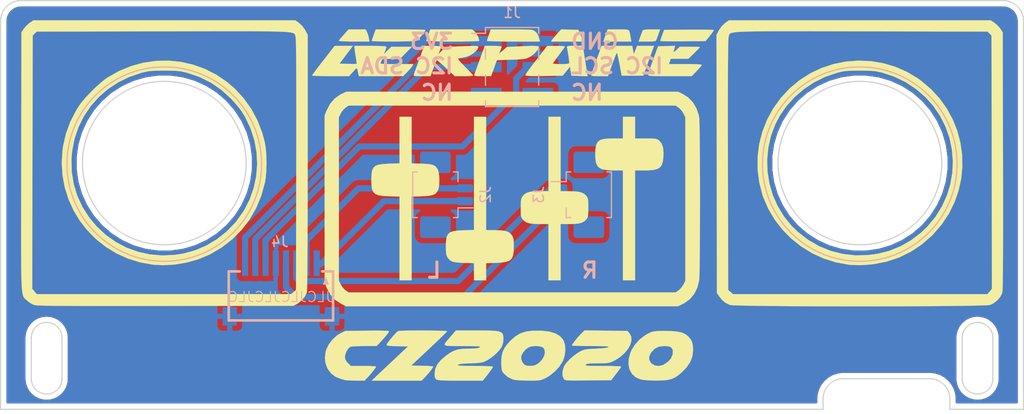
<source format=kicad_pcb>
(kicad_pcb (version 20171130) (host pcbnew "(5.1.5)-3")

  (general
    (thickness 1.6)
    (drawings 39)
    (tracks 34)
    (zones 0)
    (modules 5)
    (nets 11)
  )

  (page A4)
  (layers
    (0 F.Cu signal)
    (31 B.Cu signal)
    (32 B.Adhes user)
    (33 F.Adhes user)
    (34 B.Paste user)
    (35 F.Paste user)
    (36 B.SilkS user)
    (37 F.SilkS user)
    (38 B.Mask user)
    (39 F.Mask user)
    (40 Dwgs.User user)
    (41 Cmts.User user)
    (42 Eco1.User user)
    (43 Eco2.User user)
    (44 Edge.Cuts user)
    (45 Margin user)
    (46 B.CrtYd user)
    (47 F.CrtYd user)
    (48 B.Fab user)
    (49 F.Fab user)
  )

  (setup
    (last_trace_width 0.25)
    (user_trace_width 0.6)
    (trace_clearance 0.2)
    (zone_clearance 0.508)
    (zone_45_only no)
    (trace_min 0.2)
    (via_size 0.8)
    (via_drill 0.4)
    (via_min_size 0.4)
    (via_min_drill 0.3)
    (uvia_size 0.3)
    (uvia_drill 0.1)
    (uvias_allowed no)
    (uvia_min_size 0.2)
    (uvia_min_drill 0.1)
    (edge_width 0.05)
    (segment_width 0.2)
    (pcb_text_width 0.3)
    (pcb_text_size 1.5 1.5)
    (mod_edge_width 0.12)
    (mod_text_size 1 1)
    (mod_text_width 0.15)
    (pad_size 1.524 1.524)
    (pad_drill 0.762)
    (pad_to_mask_clearance 0.05)
    (aux_axis_origin 200 100)
    (visible_elements 7FFFFFFF)
    (pcbplotparams
      (layerselection 0x3d0fc_ffffffff)
      (usegerberextensions true)
      (usegerberattributes true)
      (usegerberadvancedattributes true)
      (creategerberjobfile true)
      (excludeedgelayer true)
      (linewidth 0.100000)
      (plotframeref false)
      (viasonmask false)
      (mode 1)
      (useauxorigin true)
      (hpglpennumber 1)
      (hpglpenspeed 20)
      (hpglpendiameter 15.000000)
      (psnegative false)
      (psa4output false)
      (plotreference true)
      (plotvalue true)
      (plotinvisibletext false)
      (padsonsilk false)
      (subtractmaskfromsilk true)
      (outputformat 1)
      (mirror false)
      (drillshape 0)
      (scaleselection 1)
      (outputdirectory "gerbers_protel"))
  )

  (net 0 "")
  (net 1 "Net-(J1-Pad6)")
  (net 2 "Net-(J1-Pad5)")
  (net 3 I2C_SCL)
  (net 4 I2C_SDA)
  (net 5 GND)
  (net 6 3V3)
  (net 7 L+)
  (net 8 L-)
  (net 9 R+)
  (net 10 R-)

  (net_class Default "This is the default net class."
    (clearance 0.2)
    (trace_width 0.25)
    (via_dia 0.8)
    (via_drill 0.4)
    (uvia_dia 0.3)
    (uvia_drill 0.1)
    (add_net 3V3)
    (add_net GND)
    (add_net I2C_SCL)
    (add_net I2C_SDA)
    (add_net L+)
    (add_net L-)
    (add_net "Net-(J1-Pad5)")
    (add_net "Net-(J1-Pad6)")
    (add_net R+)
    (add_net R-)
  )

  (module lcsc:FFC-SMD_8P-P1.00_FFC10028-08SBD224K6M (layer B.Cu) (tedit 5ED3E980) (tstamp 5ED4A817)
    (at 127.4 87.5 180)
    (path /5ED3E614)
    (fp_text reference J4 (at 0.1 3.9) (layer B.SilkS)
      (effects (font (size 1 1) (thickness 0.15)) (justify mirror))
    )
    (fp_text value Conn_01x08_Female (at 0 5.8) (layer B.Fab)
      (effects (font (size 1 1) (thickness 0.15)) (justify mirror))
    )
    (fp_text user gge6 (at 0 1.8) (layer Cmts.User)
      (effects (font (size 1 1) (thickness 0.15)))
    )
    (fp_line (start -5.1 -3.8) (end -5.1 1) (layer B.SilkS) (width 0.254))
    (fp_line (start 5.1 -3.8) (end 5.1 1) (layer B.SilkS) (width 0.254))
    (fp_line (start -5.1 -3.8) (end 5.1 -3.8) (layer B.SilkS) (width 0.254))
    (fp_line (start -5.1 1) (end -4.031 1) (layer B.SilkS) (width 0.254))
    (fp_line (start 4.031 1) (end 5.1 1) (layer B.SilkS) (width 0.254))
    (fp_poly (pts (xy -4.7 -0.3) (xy -4.2 -0.3) (xy -4.1 -0.3) (xy -4.4 0.5)) (layer B.SilkS) (width 0))
    (pad 9 connect rect (at 5 -3.4 180) (size 1.4 1.8) (layers B.Cu B.Mask)
      (net 5 GND))
    (pad 9 connect rect (at -5 -3.4 180) (size 1.4 1.8) (layers B.Cu B.Mask)
      (net 5 GND))
    (pad 2 smd rect (at -2.5 1.8 180) (size 0.6 2.5) (layers B.Cu B.Paste B.Mask)
      (net 7 L+))
    (pad 1 smd rect (at -3.5 1.8 180) (size 0.6 2.5) (layers B.Cu B.Paste B.Mask)
      (net 8 L-))
    (pad 3 smd rect (at -1.5 1.8 180) (size 0.6 2.5) (layers B.Cu B.Paste B.Mask)
      (net 10 R-))
    (pad 4 smd rect (at -0.5 1.8 180) (size 0.6 2.5) (layers B.Cu B.Paste B.Mask)
      (net 9 R+))
    (pad 5 smd rect (at 0.5 1.8 180) (size 0.6 2.5) (layers B.Cu B.Paste B.Mask)
      (net 5 GND))
    (pad 6 smd rect (at 1.5 1.8 180) (size 0.6 2.5) (layers B.Cu B.Paste B.Mask)
      (net 3 I2C_SCL))
    (pad 7 smd rect (at 2.5 1.8 180) (size 0.6 2.5) (layers B.Cu B.Paste B.Mask)
      (net 4 I2C_SDA))
    (pad 8 smd rect (at 3.5 1.8 180) (size 0.6 2.5) (layers B.Cu B.Paste B.Mask)
      (net 6 3V3))
  )

  (module Connector_Molex:Molex_PicoBlade_53261-0271_1x02-1MP_P1.25mm_Horizontal (layer B.Cu) (tedit 5B78AD89) (tstamp 5ED4A802)
    (at 157 79 270)
    (descr "Molex PicoBlade series connector, 53261-0271 (http://www.molex.com/pdm_docs/sd/532610271_sd.pdf), generated with kicad-footprint-generator")
    (tags "connector Molex PicoBlade top entry")
    (path /5ED594F6)
    (attr smd)
    (fp_text reference J3 (at 0 4.4 90) (layer B.SilkS)
      (effects (font (size 1 1) (thickness 0.15)) (justify mirror))
    )
    (fp_text value Conn_01x02_Female (at 0 -3.8 90) (layer B.Fab)
      (effects (font (size 1 1) (thickness 0.15)) (justify mirror))
    )
    (fp_text user %R (at 0 -1.9 90) (layer B.Fab)
      (effects (font (size 1 1) (thickness 0.15)) (justify mirror))
    )
    (fp_line (start -0.625 0.892893) (end -0.125 1.6) (layer B.Fab) (width 0.1))
    (fp_line (start -1.125 1.6) (end -0.625 0.892893) (layer B.Fab) (width 0.1))
    (fp_line (start 4.72 3.7) (end -4.72 3.7) (layer B.CrtYd) (width 0.05))
    (fp_line (start 4.72 -3.1) (end 4.72 3.7) (layer B.CrtYd) (width 0.05))
    (fp_line (start -4.72 -3.1) (end 4.72 -3.1) (layer B.CrtYd) (width 0.05))
    (fp_line (start -4.72 3.7) (end -4.72 -3.1) (layer B.CrtYd) (width 0.05))
    (fp_line (start 3.625 -2.2) (end 2.125 -2.2) (layer B.Fab) (width 0.1))
    (fp_line (start 3.625 -1.6) (end 3.625 -2.2) (layer B.Fab) (width 0.1))
    (fp_line (start 3.825 -1.4) (end 3.625 -1.6) (layer B.Fab) (width 0.1))
    (fp_line (start 3.825 0.4) (end 3.825 -1.4) (layer B.Fab) (width 0.1))
    (fp_line (start 3.625 0.6) (end 3.825 0.4) (layer B.Fab) (width 0.1))
    (fp_line (start 2.125 0.6) (end 3.625 0.6) (layer B.Fab) (width 0.1))
    (fp_line (start -3.625 -2.2) (end -2.125 -2.2) (layer B.Fab) (width 0.1))
    (fp_line (start -3.625 -1.6) (end -3.625 -2.2) (layer B.Fab) (width 0.1))
    (fp_line (start -3.825 -1.4) (end -3.625 -1.6) (layer B.Fab) (width 0.1))
    (fp_line (start -3.825 0.4) (end -3.825 -1.4) (layer B.Fab) (width 0.1))
    (fp_line (start -3.625 0.6) (end -3.825 0.4) (layer B.Fab) (width 0.1))
    (fp_line (start -2.125 0.6) (end -3.625 0.6) (layer B.Fab) (width 0.1))
    (fp_line (start 2.125 1.6) (end 2.125 -2.6) (layer B.Fab) (width 0.1))
    (fp_line (start -2.125 1.6) (end -2.125 -2.6) (layer B.Fab) (width 0.1))
    (fp_line (start -2.125 -2.6) (end 2.125 -2.6) (layer B.Fab) (width 0.1))
    (fp_line (start 2.235 -2.71) (end 2.235 -2.26) (layer B.SilkS) (width 0.12))
    (fp_line (start -2.235 -2.71) (end 2.235 -2.71) (layer B.SilkS) (width 0.12))
    (fp_line (start -2.235 -2.26) (end -2.235 -2.71) (layer B.SilkS) (width 0.12))
    (fp_line (start 2.235 1.71) (end 1.285 1.71) (layer B.SilkS) (width 0.12))
    (fp_line (start 2.235 1.26) (end 2.235 1.71) (layer B.SilkS) (width 0.12))
    (fp_line (start -1.285 1.71) (end -1.285 3.2) (layer B.SilkS) (width 0.12))
    (fp_line (start -2.235 1.71) (end -1.285 1.71) (layer B.SilkS) (width 0.12))
    (fp_line (start -2.235 1.26) (end -2.235 1.71) (layer B.SilkS) (width 0.12))
    (fp_line (start -2.125 1.6) (end 2.125 1.6) (layer B.Fab) (width 0.1))
    (pad MP smd roundrect (at 3.175 -0.5 270) (size 2.1 3) (layers B.Cu B.Paste B.Mask) (roundrect_rratio 0.119048))
    (pad MP smd roundrect (at -3.175 -0.5 270) (size 2.1 3) (layers B.Cu B.Paste B.Mask) (roundrect_rratio 0.119048))
    (pad 2 smd roundrect (at 0.625 2.4 270) (size 0.8 1.6) (layers B.Cu B.Paste B.Mask) (roundrect_rratio 0.25)
      (net 9 R+))
    (pad 1 smd roundrect (at -0.625 2.4 270) (size 0.8 1.6) (layers B.Cu B.Paste B.Mask) (roundrect_rratio 0.25)
      (net 10 R-))
    (model ${KISYS3DMOD}/Connector_Molex.3dshapes/Molex_PicoBlade_53261-0271_1x02-1MP_P1.25mm_Horizontal.wrl
      (at (xyz 0 0 0))
      (scale (xyz 1 1 1))
      (rotate (xyz 0 0 0))
    )
  )

  (module Connector_Molex:Molex_PicoBlade_53261-0271_1x02-1MP_P1.25mm_Horizontal (layer B.Cu) (tedit 5B78AD89) (tstamp 5ED4A7DB)
    (at 143 79 90)
    (descr "Molex PicoBlade series connector, 53261-0271 (http://www.molex.com/pdm_docs/sd/532610271_sd.pdf), generated with kicad-footprint-generator")
    (tags "connector Molex PicoBlade top entry")
    (path /5ED58EF4)
    (attr smd)
    (fp_text reference J2 (at 0 4.4 90) (layer B.SilkS)
      (effects (font (size 1 1) (thickness 0.15)) (justify mirror))
    )
    (fp_text value Conn_01x02_Female (at 0 -3.8 90) (layer B.Fab)
      (effects (font (size 1 1) (thickness 0.15)) (justify mirror))
    )
    (fp_text user %R (at 0 -1.9 90) (layer B.Fab)
      (effects (font (size 1 1) (thickness 0.15)) (justify mirror))
    )
    (fp_line (start -0.625 0.892893) (end -0.125 1.6) (layer B.Fab) (width 0.1))
    (fp_line (start -1.125 1.6) (end -0.625 0.892893) (layer B.Fab) (width 0.1))
    (fp_line (start 4.72 3.7) (end -4.72 3.7) (layer B.CrtYd) (width 0.05))
    (fp_line (start 4.72 -3.1) (end 4.72 3.7) (layer B.CrtYd) (width 0.05))
    (fp_line (start -4.72 -3.1) (end 4.72 -3.1) (layer B.CrtYd) (width 0.05))
    (fp_line (start -4.72 3.7) (end -4.72 -3.1) (layer B.CrtYd) (width 0.05))
    (fp_line (start 3.625 -2.2) (end 2.125 -2.2) (layer B.Fab) (width 0.1))
    (fp_line (start 3.625 -1.6) (end 3.625 -2.2) (layer B.Fab) (width 0.1))
    (fp_line (start 3.825 -1.4) (end 3.625 -1.6) (layer B.Fab) (width 0.1))
    (fp_line (start 3.825 0.4) (end 3.825 -1.4) (layer B.Fab) (width 0.1))
    (fp_line (start 3.625 0.6) (end 3.825 0.4) (layer B.Fab) (width 0.1))
    (fp_line (start 2.125 0.6) (end 3.625 0.6) (layer B.Fab) (width 0.1))
    (fp_line (start -3.625 -2.2) (end -2.125 -2.2) (layer B.Fab) (width 0.1))
    (fp_line (start -3.625 -1.6) (end -3.625 -2.2) (layer B.Fab) (width 0.1))
    (fp_line (start -3.825 -1.4) (end -3.625 -1.6) (layer B.Fab) (width 0.1))
    (fp_line (start -3.825 0.4) (end -3.825 -1.4) (layer B.Fab) (width 0.1))
    (fp_line (start -3.625 0.6) (end -3.825 0.4) (layer B.Fab) (width 0.1))
    (fp_line (start -2.125 0.6) (end -3.625 0.6) (layer B.Fab) (width 0.1))
    (fp_line (start 2.125 1.6) (end 2.125 -2.6) (layer B.Fab) (width 0.1))
    (fp_line (start -2.125 1.6) (end -2.125 -2.6) (layer B.Fab) (width 0.1))
    (fp_line (start -2.125 -2.6) (end 2.125 -2.6) (layer B.Fab) (width 0.1))
    (fp_line (start 2.235 -2.71) (end 2.235 -2.26) (layer B.SilkS) (width 0.12))
    (fp_line (start -2.235 -2.71) (end 2.235 -2.71) (layer B.SilkS) (width 0.12))
    (fp_line (start -2.235 -2.26) (end -2.235 -2.71) (layer B.SilkS) (width 0.12))
    (fp_line (start 2.235 1.71) (end 1.285 1.71) (layer B.SilkS) (width 0.12))
    (fp_line (start 2.235 1.26) (end 2.235 1.71) (layer B.SilkS) (width 0.12))
    (fp_line (start -1.285 1.71) (end -1.285 3.2) (layer B.SilkS) (width 0.12))
    (fp_line (start -2.235 1.71) (end -1.285 1.71) (layer B.SilkS) (width 0.12))
    (fp_line (start -2.235 1.26) (end -2.235 1.71) (layer B.SilkS) (width 0.12))
    (fp_line (start -2.125 1.6) (end 2.125 1.6) (layer B.Fab) (width 0.1))
    (pad MP smd roundrect (at 3.175 -0.5 90) (size 2.1 3) (layers B.Cu B.Paste B.Mask) (roundrect_rratio 0.119048))
    (pad MP smd roundrect (at -3.175 -0.5 90) (size 2.1 3) (layers B.Cu B.Paste B.Mask) (roundrect_rratio 0.119048))
    (pad 2 smd roundrect (at 0.625 2.4 90) (size 0.8 1.6) (layers B.Cu B.Paste B.Mask) (roundrect_rratio 0.25)
      (net 7 L+))
    (pad 1 smd roundrect (at -0.625 2.4 90) (size 0.8 1.6) (layers B.Cu B.Paste B.Mask) (roundrect_rratio 0.25)
      (net 8 L-))
    (model ${KISYS3DMOD}/Connector_Molex.3dshapes/Molex_PicoBlade_53261-0271_1x02-1MP_P1.25mm_Horizontal.wrl
      (at (xyz 0 0 0))
      (scale (xyz 1 1 1))
      (rotate (xyz 0 0 0))
    )
  )

  (module Connector_PinSocket_2.54mm:PinSocket_2x03_P2.54mm_Vertical_SMD (layer B.Cu) (tedit 5A19A41D) (tstamp 5ED4AB64)
    (at 150 66.5 180)
    (descr "surface-mounted straight socket strip, 2x03, 2.54mm pitch, double cols (from Kicad 4.0.7), script generated")
    (tags "Surface mounted socket strip SMD 2x03 2.54mm double row")
    (path /5ED7E479)
    (attr smd)
    (fp_text reference J1 (at 0 5.31) (layer B.SilkS)
      (effects (font (size 1 1) (thickness 0.15)) (justify mirror))
    )
    (fp_text value Conn_02x03_Odd_Even (at 0 -5.31) (layer B.Fab)
      (effects (font (size 1 1) (thickness 0.15)) (justify mirror))
    )
    (fp_text user %R (at 0 0 270) (layer B.Fab)
      (effects (font (size 1 1) (thickness 0.15)) (justify mirror))
    )
    (fp_line (start -4.55 -4.3) (end -4.55 4.35) (layer B.CrtYd) (width 0.05))
    (fp_line (start 4.5 -4.3) (end -4.55 -4.3) (layer B.CrtYd) (width 0.05))
    (fp_line (start 4.5 4.35) (end 4.5 -4.3) (layer B.CrtYd) (width 0.05))
    (fp_line (start -4.55 4.35) (end 4.5 4.35) (layer B.CrtYd) (width 0.05))
    (fp_line (start 3.92 -2.86) (end 2.54 -2.86) (layer B.Fab) (width 0.1))
    (fp_line (start 3.92 -2.22) (end 3.92 -2.86) (layer B.Fab) (width 0.1))
    (fp_line (start 2.54 -2.22) (end 3.92 -2.22) (layer B.Fab) (width 0.1))
    (fp_line (start -3.92 -2.86) (end -3.92 -2.22) (layer B.Fab) (width 0.1))
    (fp_line (start -2.54 -2.86) (end -3.92 -2.86) (layer B.Fab) (width 0.1))
    (fp_line (start -3.92 -2.22) (end -2.54 -2.22) (layer B.Fab) (width 0.1))
    (fp_line (start 3.92 -0.32) (end 2.54 -0.32) (layer B.Fab) (width 0.1))
    (fp_line (start 3.92 0.32) (end 3.92 -0.32) (layer B.Fab) (width 0.1))
    (fp_line (start 2.54 0.32) (end 3.92 0.32) (layer B.Fab) (width 0.1))
    (fp_line (start -3.92 -0.32) (end -3.92 0.32) (layer B.Fab) (width 0.1))
    (fp_line (start -2.54 -0.32) (end -3.92 -0.32) (layer B.Fab) (width 0.1))
    (fp_line (start -3.92 0.32) (end -2.54 0.32) (layer B.Fab) (width 0.1))
    (fp_line (start 3.92 2.22) (end 2.54 2.22) (layer B.Fab) (width 0.1))
    (fp_line (start 3.92 2.86) (end 3.92 2.22) (layer B.Fab) (width 0.1))
    (fp_line (start 2.54 2.86) (end 3.92 2.86) (layer B.Fab) (width 0.1))
    (fp_line (start -3.92 2.22) (end -3.92 2.86) (layer B.Fab) (width 0.1))
    (fp_line (start -2.54 2.22) (end -3.92 2.22) (layer B.Fab) (width 0.1))
    (fp_line (start -3.92 2.86) (end -2.54 2.86) (layer B.Fab) (width 0.1))
    (fp_line (start -2.54 -3.81) (end -2.54 3.81) (layer B.Fab) (width 0.1))
    (fp_line (start 2.54 -3.81) (end -2.54 -3.81) (layer B.Fab) (width 0.1))
    (fp_line (start 2.54 2.81) (end 2.54 -3.81) (layer B.Fab) (width 0.1))
    (fp_line (start 1.54 3.81) (end 2.54 2.81) (layer B.Fab) (width 0.1))
    (fp_line (start -2.54 3.81) (end 1.54 3.81) (layer B.Fab) (width 0.1))
    (fp_line (start 2.6 3.3) (end 3.96 3.3) (layer B.SilkS) (width 0.12))
    (fp_line (start -2.6 -3.3) (end -2.6 -3.87) (layer B.SilkS) (width 0.12))
    (fp_line (start -2.6 -0.76) (end -2.6 -1.78) (layer B.SilkS) (width 0.12))
    (fp_line (start -2.6 1.78) (end -2.6 0.76) (layer B.SilkS) (width 0.12))
    (fp_line (start -2.6 3.87) (end -2.6 3.3) (layer B.SilkS) (width 0.12))
    (fp_line (start -2.6 -3.87) (end 2.6 -3.87) (layer B.SilkS) (width 0.12))
    (fp_line (start 2.6 -3.3) (end 2.6 -3.87) (layer B.SilkS) (width 0.12))
    (fp_line (start 2.6 -0.76) (end 2.6 -1.78) (layer B.SilkS) (width 0.12))
    (fp_line (start 2.6 1.78) (end 2.6 0.76) (layer B.SilkS) (width 0.12))
    (fp_line (start 2.6 3.87) (end 2.6 3.3) (layer B.SilkS) (width 0.12))
    (fp_line (start -2.6 3.87) (end 2.6 3.87) (layer B.SilkS) (width 0.12))
    (pad 6 smd rect (at -2.52 -2.54 180) (size 3 1) (layers B.Cu B.Paste B.Mask)
      (net 1 "Net-(J1-Pad6)"))
    (pad 5 smd rect (at 2.52 -2.54 180) (size 3 1) (layers B.Cu B.Paste B.Mask)
      (net 2 "Net-(J1-Pad5)"))
    (pad 4 smd rect (at -2.52 0 180) (size 3 1) (layers B.Cu B.Paste B.Mask)
      (net 3 I2C_SCL))
    (pad 3 smd rect (at 2.52 0 180) (size 3 1) (layers B.Cu B.Paste B.Mask)
      (net 4 I2C_SDA))
    (pad 2 smd rect (at -2.52 2.54 180) (size 3 1) (layers B.Cu B.Paste B.Mask)
      (net 5 GND))
    (pad 1 smd rect (at 2.52 2.54 180) (size 3 1) (layers B.Cu B.Paste B.Mask)
      (net 6 3V3))
    (model ${KISYS3DMOD}/Connector_PinSocket_2.54mm.3dshapes/PinSocket_2x03_P2.54mm_Vertical_SMD.wrl
      (at (xyz 0 0 0))
      (scale (xyz 1 1 1))
      (rotate (xyz 0 0 0))
    )
  )

  (module speaker_grill:speaker (layer F.Cu) (tedit 0) (tstamp 5ECBFF2D)
    (at 150 79.5)
    (fp_text reference G*** (at 0 0) (layer F.SilkS) hide
      (effects (font (size 1.524 1.524) (thickness 0.3)))
    )
    (fp_text value LOGO (at 0.75 0) (layer F.SilkS) hide
      (effects (font (size 1.524 1.524) (thickness 0.3)))
    )
    (fp_poly (pts (xy 35.062249 -13.575626) (xy 36.26833 -13.37699) (xy 37.44707 -13.030819) (xy 38.583205 -12.536201)
      (xy 39.661468 -11.892224) (xy 39.959577 -11.678583) (xy 40.942935 -10.845873) (xy 41.792026 -9.922591)
      (xy 42.505924 -8.922068) (xy 43.083701 -7.857636) (xy 43.524431 -6.742625) (xy 43.827186 -5.590366)
      (xy 43.99104 -4.414191) (xy 44.015067 -3.22743) (xy 43.898338 -2.043415) (xy 43.639927 -0.875477)
      (xy 43.238908 0.263053) (xy 42.694353 1.358845) (xy 42.005336 2.398567) (xy 41.170929 3.368888)
      (xy 41.01658 3.523988) (xy 40.030763 4.380021) (xy 38.966185 5.086427) (xy 37.825494 5.642062)
      (xy 36.611337 6.045781) (xy 35.32636 6.296439) (xy 34.417 6.378696) (xy 33.957069 6.389995)
      (xy 33.468068 6.382865) (xy 33.034251 6.35907) (xy 32.911812 6.347217) (xy 31.671394 6.124602)
      (xy 30.477102 5.748101) (xy 29.342463 5.228643) (xy 28.281005 4.577159) (xy 27.306255 3.804581)
      (xy 26.431739 2.92184) (xy 25.670985 1.939866) (xy 25.037521 0.869591) (xy 24.544873 -0.278054)
      (xy 24.480832 -0.465666) (xy 24.15835 -1.70734) (xy 23.999138 -2.962834) (xy 23.999421 -3.912749)
      (xy 24.933535 -3.912749) (xy 24.973088 -2.73852) (xy 25.159559 -1.583461) (xy 25.489572 -0.463618)
      (xy 25.95975 0.604963) (xy 26.566717 1.606237) (xy 27.307096 2.524158) (xy 27.947634 3.148011)
      (xy 28.946995 3.9169) (xy 30.013059 4.531659) (xy 31.137681 4.990052) (xy 32.312718 5.289844)
      (xy 33.530025 5.428798) (xy 34.781456 5.404677) (xy 35.71853 5.281626) (xy 36.84988 4.995722)
      (xy 37.944291 4.553143) (xy 38.97985 3.965877) (xy 39.934644 3.245914) (xy 40.598195 2.611648)
      (xy 41.377596 1.668088) (xy 42.010731 0.654717) (xy 42.497797 -0.413908) (xy 42.838992 -1.523229)
      (xy 43.034514 -2.658688) (xy 43.08456 -3.805728) (xy 42.989327 -4.94979) (xy 42.749014 -6.076316)
      (xy 42.363818 -7.17075) (xy 41.833936 -8.218532) (xy 41.159566 -9.205105) (xy 40.426624 -10.031291)
      (xy 39.492602 -10.846818) (xy 38.460344 -11.526038) (xy 37.338469 -12.064009) (xy 36.254758 -12.424544)
      (xy 35.92571 -12.508454) (xy 35.635432 -12.568189) (xy 35.342951 -12.60775) (xy 35.007293 -12.631141)
      (xy 34.587484 -12.642366) (xy 34.04255 -12.645425) (xy 33.993666 -12.645437) (xy 33.436653 -12.642816)
      (xy 33.008058 -12.632305) (xy 32.667011 -12.609932) (xy 32.372644 -12.571725) (xy 32.084087 -12.513713)
      (xy 31.760469 -12.431922) (xy 31.739934 -12.426411) (xy 30.610067 -12.039654) (xy 29.538107 -11.509247)
      (xy 28.541334 -10.849673) (xy 27.637027 -10.075412) (xy 26.842468 -9.200947) (xy 26.174937 -8.240758)
      (xy 25.73015 -7.389996) (xy 25.30869 -6.254533) (xy 25.044277 -5.090102) (xy 24.933535 -3.912749)
      (xy 23.999421 -3.912749) (xy 23.999512 -4.217664) (xy 24.155792 -5.457347) (xy 24.464294 -6.6674)
      (xy 24.921337 -7.83334) (xy 25.523239 -8.940682) (xy 26.266318 -9.974945) (xy 27.136524 -10.911809)
      (xy 28.106532 -11.720351) (xy 29.156063 -12.387748) (xy 30.269851 -12.913089) (xy 31.43263 -13.29546)
      (xy 32.629133 -13.533949) (xy 33.844095 -13.627642) (xy 35.062249 -13.575626)) (layer F.SilkS) (width 0.01))
    (fp_poly (pts (xy 12.022666 -6.011333) (xy 13.074503 -6.011333) (xy 13.516119 -6.009523) (xy 13.823469 -6.000208)
      (xy 14.031614 -5.977561) (xy 14.175613 -5.935754) (xy 14.290526 -5.868962) (xy 14.385238 -5.793486)
      (xy 14.614816 -5.515807) (xy 14.753089 -5.136552) (xy 14.80474 -4.637673) (xy 14.792879 -4.222486)
      (xy 14.738824 -3.763168) (xy 14.632946 -3.41871) (xy 14.454347 -3.17377) (xy 14.182127 -3.013005)
      (xy 13.795385 -2.921072) (xy 13.273223 -2.882627) (xy 12.962371 -2.878666) (xy 12.022666 -2.878666)
      (xy 12.022666 7.874) (xy 10.837333 7.874) (xy 10.837333 -2.878666) (xy 9.945613 -2.878666)
      (xy 9.339416 -2.899417) (xy 8.879984 -2.972302) (xy 8.548663 -3.113269) (xy 8.326796 -3.338265)
      (xy 8.195728 -3.66324) (xy 8.136804 -4.104141) (xy 8.128316 -4.432204) (xy 8.14669 -4.967032)
      (xy 8.215805 -5.368001) (xy 8.355881 -5.653556) (xy 8.587139 -5.842141) (xy 8.929797 -5.952202)
      (xy 9.404077 -6.002181) (xy 9.859462 -6.011333) (xy 10.837333 -6.011333) (xy 10.837333 -8.128)
      (xy 12.022666 -8.128) (xy 12.022666 -6.011333)) (layer F.SilkS) (width 0.01))
    (fp_poly (pts (xy 4.741333 -0.846666) (xy 5.566833 -0.846194) (xy 6.122657 -0.831945) (xy 6.541011 -0.784743)
      (xy 6.851873 -0.696823) (xy 7.085224 -0.560415) (xy 7.233557 -0.41436) (xy 7.329893 -0.288796)
      (xy 7.392579 -0.160829) (xy 7.428793 0.008429) (xy 7.445713 0.257867) (xy 7.450515 0.626373)
      (xy 7.450666 0.762) (xy 7.448048 1.172597) (xy 7.435407 1.452774) (xy 7.405567 1.641419)
      (xy 7.35135 1.77742) (xy 7.265579 1.899666) (xy 7.233557 1.93836) (xy 7.040041 2.118258)
      (xy 6.792541 2.243574) (xy 6.461076 2.322075) (xy 6.015667 2.361529) (xy 5.566833 2.370195)
      (xy 4.741333 2.370667) (xy 4.741333 7.874) (xy 3.556 7.874) (xy 3.556 2.370667)
      (xy 2.7305 2.370195) (xy 2.174675 2.355945) (xy 1.756321 2.308744) (xy 1.445459 2.220823)
      (xy 1.212109 2.084416) (xy 1.063775 1.93836) (xy 0.966358 1.811042) (xy 0.90341 1.681067)
      (xy 0.867468 1.508771) (xy 0.851066 1.254486) (xy 0.846739 0.878547) (xy 0.846666 0.784663)
      (xy 0.849784 0.377005) (xy 0.864058 0.097953) (xy 0.896872 -0.093179) (xy 0.95561 -0.237076)
      (xy 1.047654 -0.374425) (xy 1.059946 -0.39064) (xy 1.240093 -0.576755) (xy 1.469928 -0.707241)
      (xy 1.779247 -0.790225) (xy 2.197849 -0.833833) (xy 2.7305 -0.846194) (xy 3.556 -0.846666)
      (xy 3.556 -8.128) (xy 4.741333 -8.128) (xy 4.741333 -0.846666)) (layer F.SilkS) (width 0.01))
    (fp_poly (pts (xy -2.54 2.963334) (xy -1.672167 2.968112) (xy -1.123908 2.984964) (xy -0.713991 3.034476)
      (xy -0.413115 3.125439) (xy -0.191979 3.266647) (xy -0.024099 3.462688) (xy 0.069683 3.624513)
      (xy 0.127611 3.800157) (xy 0.15787 4.035477) (xy 0.168645 4.376328) (xy 0.169333 4.546392)
      (xy 0.151562 5.077407) (xy 0.084483 5.476266) (xy -0.052559 5.762472) (xy -0.280215 5.955527)
      (xy -0.619139 6.074935) (xy -1.089982 6.1402) (xy -1.545167 6.165459) (xy -2.54 6.201538)
      (xy -2.54 7.874) (xy -3.725334 7.874) (xy -3.725334 6.198502) (xy -4.72395 6.168418)
      (xy -5.235604 6.14397) (xy -5.611122 6.098598) (xy -5.883434 6.020869) (xy -6.085471 5.899352)
      (xy -6.250163 5.722615) (xy -6.327655 5.611711) (xy -6.403057 5.454591) (xy -6.449346 5.237614)
      (xy -6.472067 4.922017) (xy -6.477 4.567375) (xy -6.461717 4.044106) (xy -6.401869 3.651909)
      (xy -6.276459 3.371309) (xy -6.06449 3.182833) (xy -5.744964 3.067006) (xy -5.296885 3.004354)
      (xy -4.7625 2.977219) (xy -3.725334 2.945921) (xy -3.725334 -8.128) (xy -2.54 -8.128)
      (xy -2.54 2.963334)) (layer F.SilkS) (width 0.01))
    (fp_poly (pts (xy -9.821334 -3.573835) (xy -8.8265 -3.541969) (xy -8.308596 -3.515635) (xy -7.929475 -3.46703)
      (xy -7.658913 -3.38434) (xy -7.466683 -3.255752) (xy -7.32256 -3.069456) (xy -7.246295 -2.924413)
      (xy -7.169232 -2.655238) (xy -7.124383 -2.279315) (xy -7.112328 -1.856248) (xy -7.133648 -1.44564)
      (xy -7.188921 -1.107097) (xy -7.227449 -0.988253) (xy -7.351077 -0.756091) (xy -7.516543 -0.588842)
      (xy -7.752111 -0.475273) (xy -8.086042 -0.404152) (xy -8.546601 -0.364244) (xy -8.8265 -0.352698)
      (xy -9.821334 -0.320831) (xy -9.821334 7.874) (xy -11.006667 7.874) (xy -11.006667 -0.321254)
      (xy -12.043834 -0.352552) (xy -12.626424 -0.383802) (xy -13.061443 -0.450543) (xy -13.369898 -0.572317)
      (xy -13.572797 -0.768665) (xy -13.691149 -1.059128) (xy -13.745962 -1.463247) (xy -13.758334 -1.947333)
      (xy -13.743408 -2.469443) (xy -13.684593 -2.860863) (xy -13.560834 -3.141163) (xy -13.351073 -3.329916)
      (xy -13.034256 -3.446694) (xy -12.589327 -3.511069) (xy -12.043834 -3.541005) (xy -11.006667 -3.576442)
      (xy -11.006667 -8.128) (xy -9.821334 -8.128) (xy -9.821334 -3.573835)) (layer F.SilkS) (width 0.01))
    (fp_poly (pts (xy -32.34896 -13.49877) (xy -31.150726 -13.223396) (xy -29.990203 -12.800273) (xy -28.881482 -12.230639)
      (xy -27.838655 -11.515729) (xy -27.111298 -10.887845) (xy -26.236376 -9.941174) (xy -25.489489 -8.889567)
      (xy -24.878779 -7.747671) (xy -24.412391 -6.530133) (xy -24.164736 -5.588) (xy -24.074604 -5.007134)
      (xy -24.02147 -4.317648) (xy -24.005393 -3.576178) (xy -24.026435 -2.839358) (xy -24.084654 -2.163824)
      (xy -24.160603 -1.693333) (xy -24.514954 -0.406772) (xy -25.014813 0.797346) (xy -25.654256 1.911347)
      (xy -26.427358 2.927558) (xy -27.328193 3.838307) (xy -28.350838 4.63592) (xy -29.489368 5.312726)
      (xy -29.622276 5.379892) (xy -30.669758 5.81657) (xy -31.801962 6.137187) (xy -32.974526 6.333896)
      (xy -34.143083 6.398848) (xy -35.085459 6.346258) (xy -36.349022 6.123316) (xy -37.546218 5.752535)
      (xy -38.668678 5.244927) (xy -39.708034 4.611503) (xy -40.655916 3.863275) (xy -41.503957 3.011254)
      (xy -42.243788 2.066453) (xy -42.867041 1.039883) (xy -43.365346 -0.057443) (xy -43.730335 -1.214516)
      (xy -43.953641 -2.420321) (xy -44.026894 -3.663849) (xy -44.002903 -4.021666) (xy -43.069151 -4.021666)
      (xy -43.04401 -2.772774) (xy -42.856037 -1.566998) (xy -42.507865 -0.411449) (xy -42.002123 0.686759)
      (xy -41.341442 1.720515) (xy -40.628364 2.577261) (xy -39.73006 3.418839) (xy -38.744126 4.119966)
      (xy -37.68316 4.676674) (xy -36.559758 5.084996) (xy -35.386519 5.340968) (xy -34.176038 5.440622)
      (xy -32.940914 5.379991) (xy -32.131 5.252783) (xy -30.99066 4.939707) (xy -29.89667 4.470993)
      (xy -28.867521 3.85803) (xy -27.921706 3.112205) (xy -27.077716 2.244909) (xy -26.902636 2.032809)
      (xy -26.20617 1.031356) (xy -25.659388 -0.035511) (xy -25.262986 -1.152729) (xy -25.017658 -2.305237)
      (xy -24.924103 -3.47797) (xy -24.983015 -4.655867) (xy -25.195091 -5.823863) (xy -25.561027 -6.966898)
      (xy -26.081519 -8.069906) (xy -26.410433 -8.617938) (xy -26.612181 -8.897653) (xy -26.894885 -9.247779)
      (xy -27.218479 -9.620286) (xy -27.493704 -9.916511) (xy -28.42094 -10.762051) (xy -29.430635 -11.459795)
      (xy -30.525132 -12.011127) (xy -31.706774 -12.417432) (xy -31.739935 -12.426411) (xy -32.066813 -12.50969)
      (xy -32.356279 -12.568963) (xy -32.649204 -12.608201) (xy -32.986457 -12.631378) (xy -33.408908 -12.642463)
      (xy -33.957427 -12.645431) (xy -33.993667 -12.645437) (xy -34.550065 -12.642845) (xy -34.978148 -12.632401)
      (xy -35.318889 -12.610101) (xy -35.613261 -12.571943) (xy -35.902239 -12.513923) (xy -36.226797 -12.43204)
      (xy -36.254759 -12.424544) (xy -37.437307 -12.023512) (xy -38.532235 -11.485388) (xy -39.530722 -10.821052)
      (xy -40.423945 -10.041383) (xy -41.203081 -9.157259) (xy -41.859308 -8.17956) (xy -42.383803 -7.119165)
      (xy -42.767744 -5.986953) (xy -43.002309 -4.793802) (xy -43.069151 -4.021666) (xy -44.002903 -4.021666)
      (xy -43.941725 -4.934087) (xy -43.895922 -5.247007) (xy -43.619788 -6.465709) (xy -43.191863 -7.634573)
      (xy -42.60477 -8.772374) (xy -42.348639 -9.184764) (xy -42.055669 -9.582757) (xy -41.660775 -10.04416)
      (xy -41.199536 -10.533563) (xy -40.707534 -11.015553) (xy -40.220349 -11.454718) (xy -39.773562 -11.815646)
      (xy -39.541084 -11.979007) (xy -38.412534 -12.616107) (xy -37.23714 -13.098034) (xy -36.028993 -13.426027)
      (xy -34.802185 -13.601323) (xy -33.57081 -13.625158) (xy -32.34896 -13.49877)) (layer F.SilkS) (width 0.01))
    (fp_poly (pts (xy 18.479258 -16.661609) (xy 18.962864 -16.655971) (xy 19.345432 -16.646398) (xy 19.605823 -16.633294)
      (xy 19.7229 -16.617063) (xy 19.727333 -16.612932) (xy 19.677637 -16.518252) (xy 19.546181 -16.330656)
      (xy 19.359413 -16.087475) (xy 19.321521 -16.040133) (xy 18.91571 -15.536333) (xy 16.696855 -15.513761)
      (xy 16.104212 -15.510097) (xy 15.571629 -15.511344) (xy 15.121177 -15.51708) (xy 14.774927 -15.526882)
      (xy 14.554949 -15.540329) (xy 14.483032 -15.556094) (xy 14.512823 -15.664105) (xy 14.585499 -15.88132)
      (xy 14.673846 -16.129) (xy 14.859627 -16.637) (xy 17.29348 -16.659465) (xy 17.91575 -16.662909)
      (xy 18.479258 -16.661609)) (layer F.SilkS) (width 0.01))
    (fp_poly (pts (xy 14.3128 -16.234833) (xy 14.214281 -15.958279) (xy 14.130685 -15.730516) (xy 14.096636 -15.642166)
      (xy 14.046392 -15.57299) (xy 13.941899 -15.528994) (xy 13.75086 -15.504821) (xy 13.440979 -15.495114)
      (xy 13.203501 -15.494) (xy 12.370453 -15.494) (xy 12.526532 -15.9385) (xy 12.625051 -16.215054)
      (xy 12.708648 -16.442817) (xy 12.742697 -16.531166) (xy 12.79294 -16.600343) (xy 12.897433 -16.644339)
      (xy 13.088472 -16.668512) (xy 13.398353 -16.678219) (xy 13.635831 -16.679333) (xy 14.468879 -16.679333)
      (xy 14.3128 -16.234833)) (layer F.SilkS) (width 0.01))
    (fp_poly (pts (xy 11.12254 -16.674547) (xy 11.315137 -16.639208) (xy 11.429322 -16.555809) (xy 11.49529 -16.404778)
      (xy 11.543235 -16.166544) (xy 11.589601 -15.896166) (xy 11.662138 -15.494) (xy 8.913389 -15.494)
      (xy 9.124635 -16.086666) (xy 9.335881 -16.679333) (xy 10.381327 -16.679333) (xy 10.821335 -16.681399)
      (xy 11.12254 -16.674547)) (layer F.SilkS) (width 0.01))
    (fp_poly (pts (xy 5.641422 -16.661354) (xy 6.477 -16.637) (xy 6.617583 -16.340666) (xy 6.730053 -16.060518)
      (xy 6.811638 -15.784044) (xy 6.81481 -15.769166) (xy 6.871454 -15.494) (xy 3.798469 -15.494)
      (xy 3.986399 -15.757924) (xy 4.159676 -15.979418) (xy 4.383836 -16.238854) (xy 4.490087 -16.353778)
      (xy 4.805845 -16.685708) (xy 5.641422 -16.661354)) (layer F.SilkS) (width 0.01))
    (fp_poly (pts (xy 0.604614 -16.678695) (xy 1.100203 -16.675607) (xy 1.470885 -16.668308) (xy 1.738872 -16.655038)
      (xy 1.926378 -16.634037) (xy 2.055615 -16.603543) (xy 2.148795 -16.561796) (xy 2.228132 -16.507035)
      (xy 2.238571 -16.498881) (xy 2.43431 -16.299523) (xy 2.57488 -16.032231) (xy 2.675502 -15.701932)
      (xy 2.72769 -15.494) (xy 0.136178 -15.494) (xy -0.506834 -15.495991) (xy -1.091773 -15.501629)
      (xy -1.598141 -15.510413) (xy -2.005443 -15.52184) (xy -2.293181 -15.535408) (xy -2.440857 -15.550615)
      (xy -2.456191 -15.5575) (xy -2.430416 -15.664549) (xy -2.362171 -15.882625) (xy -2.2712 -16.150166)
      (xy -2.085352 -16.679333) (xy -0.038094 -16.679333) (xy 0.604614 -16.678695)) (layer F.SilkS) (width 0.01))
    (fp_poly (pts (xy -3.64964 -16.462224) (xy -3.452277 -16.222924) (xy -3.295055 -15.905662) (xy -3.219522 -15.597483)
      (xy -3.217806 -15.5575) (xy -3.29893 -15.541719) (xy -3.528866 -15.527368) (xy -3.887093 -15.514951)
      (xy -4.353093 -15.504974) (xy -4.906346 -15.49794) (xy -5.526332 -15.494356) (xy -5.799667 -15.494)
      (xy -6.441445 -15.495998) (xy -7.025071 -15.501655) (xy -7.530019 -15.510466) (xy -7.935766 -15.521927)
      (xy -8.221785 -15.535534) (xy -8.367554 -15.55078) (xy -8.382018 -15.5575) (xy -8.355322 -15.664351)
      (xy -8.285473 -15.882025) (xy -8.192275 -16.150166) (xy -8.002515 -16.679333) (xy -3.907659 -16.679333)
      (xy -3.64964 -16.462224)) (layer F.SilkS) (width 0.01))
    (fp_poly (pts (xy -10.279146 -16.677478) (xy -9.715467 -16.672233) (xy -9.23169 -16.664084) (xy -8.848952 -16.653512)
      (xy -8.58839 -16.641002) (xy -8.471141 -16.627036) (xy -8.466667 -16.623654) (xy -8.518553 -16.516817)
      (xy -8.651594 -16.327404) (xy -8.831869 -16.097063) (xy -9.025453 -15.867437) (xy -9.198425 -15.680173)
      (xy -9.316861 -15.576915) (xy -9.321391 -15.574355) (xy -9.441248 -15.552781) (xy -9.696195 -15.53445)
      (xy -10.059124 -15.519466) (xy -10.502924 -15.507933) (xy -11.000488 -15.499955) (xy -11.524707 -15.495635)
      (xy -12.048473 -15.495079) (xy -12.544675 -15.49839) (xy -12.986207 -15.505671) (xy -13.345958 -15.517028)
      (xy -13.59682 -15.532563) (xy -13.711686 -15.55238) (xy -13.716018 -15.5575) (xy -13.689322 -15.664351)
      (xy -13.619473 -15.882025) (xy -13.526275 -16.150166) (xy -13.336515 -16.679333) (xy -10.901591 -16.679333)
      (xy -10.279146 -16.677478)) (layer F.SilkS) (width 0.01))
    (fp_poly (pts (xy -14.186263 -16.434221) (xy -14.08812 -16.183642) (xy -14.011864 -15.886863) (xy -14.003934 -15.841554)
      (xy -13.948358 -15.494) (xy -15.440846 -15.494) (xy -15.92233 -15.497772) (xy -16.339191 -15.508243)
      (xy -16.664432 -15.524141) (xy -16.871058 -15.544197) (xy -16.933334 -15.564238) (xy -16.880085 -15.655366)
      (xy -16.738356 -15.83644) (xy -16.535169 -16.073583) (xy -16.460563 -16.156905) (xy -15.987793 -16.679333)
      (xy -14.313016 -16.679333) (xy -14.186263 -16.434221)) (layer F.SilkS) (width 0.01))
    (fp_poly (pts (xy 15.885339 -14.870052) (xy 15.821319 -14.640806) (xy 15.778216 -14.507032) (xy 15.795405 -14.464037)
      (xy 15.912662 -14.539929) (xy 16.056591 -14.6685) (xy 16.390139 -14.986) (xy 17.381403 -14.986)
      (xy 17.768465 -14.983339) (xy 18.084772 -14.9761) (xy 18.297198 -14.965396) (xy 18.372666 -14.952677)
      (xy 18.316129 -14.883083) (xy 18.164298 -14.723608) (xy 17.943842 -14.501839) (xy 17.801166 -14.361516)
      (xy 17.229666 -13.803678) (xy 16.370115 -13.802172) (xy 15.510565 -13.800666) (xy 15.333475 -13.292666)
      (xy 16.937737 -13.292666) (xy 17.572709 -13.288074) (xy 18.051697 -13.274438) (xy 18.370868 -13.251966)
      (xy 18.526392 -13.22087) (xy 18.542 -13.204886) (xy 18.486493 -13.107389) (xy 18.338794 -12.924919)
      (xy 18.12713 -12.691554) (xy 18.051012 -12.61222) (xy 17.560025 -12.107333) (xy 15.426345 -12.107333)
      (xy 14.769463 -12.108057) (xy 14.262708 -12.111121) (xy 13.88688 -12.117862) (xy 13.622777 -12.129619)
      (xy 13.451196 -12.14773) (xy 13.352935 -12.173531) (xy 13.308794 -12.208361) (xy 13.299568 -12.253558)
      (xy 13.299649 -12.2555) (xy 13.330128 -12.382144) (xy 13.409912 -12.637202) (xy 13.52893 -12.990507)
      (xy 13.677112 -13.41189) (xy 13.787225 -13.716) (xy 14.267817 -15.028333) (xy 15.937289 -15.077039)
      (xy 15.885339 -14.870052)) (layer F.SilkS) (width 0.01))
    (fp_poly (pts (xy 13.536571 -14.118166) (xy 13.379508 -13.682984) (xy 13.222733 -13.248707) (xy 13.086869 -12.87246)
      (xy 13.009275 -12.657666) (xy 12.825698 -12.149666) (xy 10.710333 -12.149666) (xy 10.502036 -13.2715)
      (xy 10.422244 -13.682243) (xy 10.348848 -14.025486) (xy 10.288869 -14.27079) (xy 10.249329 -14.387716)
      (xy 10.243231 -14.393333) (xy 10.198325 -14.318091) (xy 10.109141 -14.111241) (xy 9.987063 -13.801098)
      (xy 9.843474 -13.415977) (xy 9.78366 -13.250333) (xy 9.374597 -12.107333) (xy 8.530573 -12.107333)
      (xy 8.128024 -12.112716) (xy 7.873515 -12.130701) (xy 7.746038 -12.164045) (xy 7.72371 -12.213166)
      (xy 7.763374 -12.324634) (xy 7.849979 -12.567134) (xy 7.973374 -12.91228) (xy 8.123414 -13.331685)
      (xy 8.253387 -13.694833) (xy 8.745904 -15.070667) (xy 10.248126 -15.070666) (xy 11.750348 -15.070666)
      (xy 11.826319 -14.6685) (xy 11.902289 -14.266333) (xy 12.058647 -14.6685) (xy 12.215005 -15.070666)
      (xy 13.047648 -15.070666) (xy 13.880291 -15.070667) (xy 13.536571 -14.118166)) (layer F.SilkS) (width 0.01))
    (fp_poly (pts (xy 7.105287 -13.864166) (xy 7.175663 -13.406628) (xy 7.240915 -12.986891) (xy 7.294883 -12.644273)
      (xy 7.331406 -12.418091) (xy 7.337976 -12.37919) (xy 7.386087 -12.100713) (xy 6.592876 -12.12519)
      (xy 5.799666 -12.149666) (xy 5.72584 -12.58467) (xy 5.652013 -13.019674) (xy 5.29749 -12.58467)
      (xy 4.942966 -12.149666) (xy 3.099953 -12.12683) (xy 2.480605 -12.12086) (xy 2.012296 -12.120922)
      (xy 1.676809 -12.127919) (xy 1.455926 -12.142754) (xy 1.331432 -12.166329) (xy 1.28511 -12.199549)
      (xy 1.284637 -12.216815) (xy 1.342999 -12.315472) (xy 1.489816 -12.525407) (xy 1.708985 -12.8247)
      (xy 1.984402 -13.191431) (xy 2.299964 -13.603681) (xy 2.370666 -13.695071) (xy 3.429 -15.060508)
      (xy 4.296833 -15.065587) (xy 4.657022 -15.062609) (xy 4.944195 -15.050553) (xy 5.122957 -15.031499)
      (xy 5.164666 -15.014608) (xy 5.116654 -14.928691) (xy 4.986123 -14.737066) (xy 4.793333 -14.468603)
      (xy 4.572 -14.17006) (xy 4.33919 -13.856734) (xy 4.149367 -13.59442) (xy 4.022726 -13.411501)
      (xy 3.979333 -13.337118) (xy 4.057864 -13.318017) (xy 4.268944 -13.303027) (xy 4.5758 -13.294181)
      (xy 4.783666 -13.292666) (xy 5.160078 -13.296002) (xy 5.397871 -13.309776) (xy 5.527692 -13.339638)
      (xy 5.580188 -13.391238) (xy 5.58736 -13.440833) (xy 5.573587 -13.605506) (xy 5.538635 -13.880425)
      (xy 5.490881 -14.209102) (xy 5.438699 -14.535049) (xy 5.390466 -14.801777) (xy 5.373943 -14.880166)
      (xy 5.360729 -14.968814) (xy 5.389949 -15.024554) (xy 5.491713 -15.055018) (xy 5.696134 -15.067836)
      (xy 6.033323 -15.070637) (xy 6.125741 -15.070666) (xy 6.92071 -15.070666) (xy 7.105287 -13.864166)) (layer F.SilkS) (width 0.01))
    (fp_poly (pts (xy -1.493087 -15.063612) (xy -1.215767 -15.044616) (xy -1.048531 -15.01693) (xy -1.016 -14.99634)
      (xy -1.046287 -14.876856) (xy -1.12174 -14.670574) (xy -1.149553 -14.602376) (xy -1.283106 -14.28274)
      (xy -0.514096 -14.95965) (xy 0.518245 -15.015158) (xy 1.216203 -15.04905) (xy 1.758367 -15.066648)
      (xy 2.157515 -15.067675) (xy 2.426427 -15.051852) (xy 2.577881 -15.018902) (xy 2.624666 -14.969384)
      (xy 2.558372 -14.774156) (xy 2.383871 -14.531604) (xy 2.13774 -14.282222) (xy 1.856552 -14.066506)
      (xy 1.753317 -14.00463) (xy 1.581413 -13.914303) (xy 1.423526 -13.848528) (xy 1.247374 -13.802264)
      (xy 1.020678 -13.770475) (xy 0.711157 -13.74812) (xy 0.286531 -13.730162) (xy -0.083488 -13.717921)
      (xy -1.479309 -13.673666) (xy -1.768217 -12.8905) (xy -2.057124 -12.107333) (xy -2.900288 -12.107333)
      (xy -3.302299 -12.112697) (xy -3.556303 -12.130632) (xy -3.683341 -12.163905) (xy -3.705266 -12.213166)
      (xy -3.665035 -12.324537) (xy -3.577485 -12.566815) (xy -3.452859 -12.91166) (xy -3.301399 -13.33073)
      (xy -3.1698 -13.694833) (xy -2.672519 -15.070666) (xy -1.84426 -15.070666) (xy -1.493087 -15.063612)) (layer F.SilkS) (width 0.01))
    (fp_poly (pts (xy -7.365213 -15.061925) (xy -7.086979 -15.037517) (xy -6.952363 -14.99918) (xy -6.942667 -14.98328)
      (xy -6.97311 -14.854419) (xy -7.048738 -14.642998) (xy -7.073855 -14.581114) (xy -7.205043 -14.266333)
      (xy -6.841022 -14.619339) (xy -6.477 -14.972344) (xy -4.8895 -15.032765) (xy -4.333959 -15.052935)
      (xy -3.925236 -15.064176) (xy -3.640992 -15.065253) (xy -3.458887 -15.054931) (xy -3.356581 -15.031973)
      (xy -3.311734 -14.995146) (xy -3.302 -14.944966) (xy -3.374113 -14.752086) (xy -3.564524 -14.528978)
      (xy -3.834342 -14.308384) (xy -4.144676 -14.123048) (xy -4.3992 -14.021206) (xy -4.69031 -13.944688)
      (xy -4.942018 -13.895407) (xy -5.048037 -13.885333) (xy -5.216818 -13.857948) (xy -5.28234 -13.815758)
      (xy -5.24214 -13.733296) (xy -5.101403 -13.558106) (xy -4.881574 -13.314905) (xy -4.6041 -13.028413)
      (xy -4.56767 -12.992023) (xy -4.280702 -12.701495) (xy -4.043596 -12.452136) (xy -3.879288 -12.268752)
      (xy -3.810714 -12.176149) (xy -3.81 -12.172598) (xy -3.888852 -12.14591) (xy -4.102186 -12.124496)
      (xy -4.415178 -12.110892) (xy -4.706525 -12.107333) (xy -5.603049 -12.107333) (xy -6.459354 -12.906056)
      (xy -6.773064 -13.192865) (xy -7.043306 -13.428999) (xy -7.246249 -13.594459) (xy -7.358062 -13.669244)
      (xy -7.370583 -13.670834) (xy -7.421046 -13.581253) (xy -7.511644 -13.368348) (xy -7.627268 -13.068862)
      (xy -7.699075 -12.872111) (xy -7.972643 -12.107333) (xy -8.82138 -12.107333) (xy -9.22434 -12.112598)
      (xy -9.479317 -12.130231) (xy -9.607388 -12.162991) (xy -9.629812 -12.213166) (xy -9.588844 -12.324534)
      (xy -9.500586 -12.5668) (xy -9.375334 -12.911621) (xy -9.223385 -13.330655) (xy -9.091587 -13.694575)
      (xy -8.593667 -15.07015) (xy -7.768167 -15.070408) (xy -7.365213 -15.061925)) (layer F.SilkS) (width 0.01))
    (fp_poly (pts (xy -15.764926 -14.7955) (xy -15.913762 -14.597187) (xy -16.124704 -14.316309) (xy -16.358106 -14.005653)
      (xy -16.416715 -13.927666) (xy -16.862146 -13.335) (xy -16.04016 -13.310636) (xy -15.68754 -13.302586)
      (xy -15.405939 -13.300702) (xy -15.232967 -13.304984) (xy -15.196854 -13.310636) (xy -15.199841 -13.399386)
      (xy -15.226578 -13.613867) (xy -15.271733 -13.912989) (xy -15.287948 -14.012333) (xy -15.341866 -14.356943)
      (xy -15.382953 -14.65676) (xy -15.40376 -14.856487) (xy -15.404848 -14.880166) (xy -15.409334 -15.070666)
      (xy -13.843 -15.070666) (xy -13.221846 -15.065995) (xy -12.752628 -15.05217) (xy -12.440405 -15.029474)
      (xy -12.29023 -14.998187) (xy -12.276667 -14.98328) (xy -12.30711 -14.854419) (xy -12.382738 -14.642998)
      (xy -12.407855 -14.581114) (xy -12.539043 -14.266333) (xy -12.171817 -14.626166) (xy -11.804591 -14.986)
      (xy -9.783542 -14.986) (xy -10.371667 -14.393333) (xy -10.959792 -13.800667) (xy -11.831992 -13.800666)
      (xy -12.223998 -13.799054) (xy -12.480081 -13.789149) (xy -12.633646 -13.763353) (xy -12.718103 -13.714066)
      (xy -12.766859 -13.633691) (xy -12.786763 -13.583488) (xy -12.847564 -13.411596) (xy -12.869334 -13.329488)
      (xy -12.788998 -13.318032) (xy -12.565312 -13.308029) (xy -12.224255 -13.300073) (xy -11.791808 -13.294757)
      (xy -11.293951 -13.292676) (xy -11.257688 -13.292666) (xy -9.646043 -13.292666) (xy -9.744739 -13.108251)
      (xy -9.8548 -12.953912) (xy -10.04462 -12.73313) (xy -10.251686 -12.515584) (xy -10.659937 -12.107333)
      (xy -14.982774 -12.107333) (xy -15.026721 -12.319) (xy -15.094528 -12.651777) (xy -15.146155 -12.833563)
      (xy -15.210729 -12.876525) (xy -15.31738 -12.792831) (xy -15.495238 -12.594648) (xy -15.547238 -12.536423)
      (xy -15.933026 -12.107333) (xy -17.745513 -12.107333) (xy -18.278877 -12.110156) (xy -18.750084 -12.118053)
      (xy -19.134643 -12.130165) (xy -19.408065 -12.145635) (xy -19.545859 -12.163604) (xy -19.557567 -12.170833)
      (xy -19.507542 -12.253522) (xy -19.367923 -12.448722) (xy -19.153994 -12.735999) (xy -18.881037 -13.09492)
      (xy -18.564334 -13.505049) (xy -18.449428 -13.6525) (xy -17.341722 -15.070666) (xy -16.450146 -15.070666)
      (xy -15.558569 -15.070667) (xy -15.764926 -14.7955)) (layer F.SilkS) (width 0.01))
    (fp_poly (pts (xy 47.143626 -17.334777) (xy 47.416653 -17.110038) (xy 47.669091 -16.832939) (xy 47.73011 -16.748306)
      (xy 47.963666 -16.395391) (xy 47.988643 -3.816196) (xy 47.991942 -1.944657) (xy 47.994055 -0.237795)
      (xy 47.994958 1.309041) (xy 47.994626 2.700505) (xy 47.993034 3.941248) (xy 47.990157 5.035922)
      (xy 47.985969 5.98918) (xy 47.980446 6.805673) (xy 47.973563 7.490054) (xy 47.965295 8.046975)
      (xy 47.955616 8.481089) (xy 47.944502 8.797046) (xy 47.931928 8.9995) (xy 47.919268 9.088766)
      (xy 47.730221 9.481689) (xy 47.421594 9.847438) (xy 47.041855 10.137994) (xy 46.709948 10.286893)
      (xy 46.563222 10.305353) (xy 46.259556 10.3225) (xy 45.810596 10.338334) (xy 45.227992 10.352854)
      (xy 44.523391 10.36606) (xy 43.708442 10.377952) (xy 42.794792 10.388529) (xy 41.79409 10.397791)
      (xy 40.717984 10.405737) (xy 39.578122 10.412367) (xy 38.386152 10.417682) (xy 37.153723 10.42168)
      (xy 35.892482 10.42436) (xy 34.614077 10.425724) (xy 33.330158 10.42577) (xy 32.052371 10.424498)
      (xy 30.792365 10.421908) (xy 29.561788 10.417999) (xy 28.372288 10.412771) (xy 27.235514 10.406223)
      (xy 26.163114 10.398356) (xy 25.166735 10.389169) (xy 24.258025 10.378661) (xy 23.448634 10.366833)
      (xy 22.750209 10.353683) (xy 22.174398 10.339212) (xy 21.732849 10.323419) (xy 21.43721 10.306304)
      (xy 21.299131 10.287866) (xy 21.298562 10.287667) (xy 20.877184 10.089692) (xy 20.535004 9.807486)
      (xy 20.277666 9.488576) (xy 20.023666 9.129443) (xy 20.001416 -3.509202) (xy 19.992199 -8.744929)
      (xy 21.093249 -8.744929) (xy 21.093763 -7.217064) (xy 21.095618 -5.527648) (xy 21.098795 -3.673047)
      (xy 21.099343 -3.400495) (xy 21.124333 8.820009) (xy 21.361887 9.024338) (xy 21.599442 9.228667)
      (xy 46.466947 9.228667) (xy 46.907001 8.705693) (xy 46.885 -3.688143) (xy 46.863 -16.081979)
      (xy 46.670156 -16.274823) (xy 46.477312 -16.467666) (xy 34.11574 -16.489672) (xy 32.393307 -16.492932)
      (xy 30.832214 -16.496058) (xy 29.424469 -16.498708) (xy 28.162077 -16.500541) (xy 27.037045 -16.501218)
      (xy 26.041382 -16.500398) (xy 25.167092 -16.497741) (xy 24.406183 -16.492905) (xy 23.750663 -16.48555)
      (xy 23.192537 -16.475337) (xy 22.723812 -16.461923) (xy 22.336497 -16.44497) (xy 22.022596 -16.424135)
      (xy 21.774118 -16.39908) (xy 21.583068 -16.369462) (xy 21.441455 -16.334943) (xy 21.341284 -16.29518)
      (xy 21.274563 -16.249834) (xy 21.233297 -16.198565) (xy 21.209496 -16.141031) (xy 21.195164 -16.076892)
      (xy 21.182309 -16.005808) (xy 21.166093 -15.938007) (xy 21.152138 -15.825722) (xy 21.139716 -15.588236)
      (xy 21.128809 -15.221915) (xy 21.119398 -14.723123) (xy 21.111462 -14.088225) (xy 21.104983 -13.313587)
      (xy 21.099942 -12.395573) (xy 21.096319 -11.330549) (xy 21.094094 -10.11488) (xy 21.093249 -8.744929)
      (xy 19.992199 -8.744929) (xy 19.979165 -16.147847) (xy 20.213082 -16.592433) (xy 20.471709 -16.973784)
      (xy 20.789583 -17.28374) (xy 20.815165 -17.302676) (xy 21.18333 -17.568333) (xy 46.790699 -17.568333)
      (xy 47.143626 -17.334777)) (layer F.SilkS) (width 0.01))
    (fp_poly (pts (xy 16.213666 -10.581679) (xy 16.650909 -10.378097) (xy 17.210248 -10.026797) (xy 17.671167 -9.548115)
      (xy 18.020468 -8.960993) (xy 18.244954 -8.284376) (xy 18.292828 -8.021459) (xy 18.304306 -7.858137)
      (xy 18.315262 -7.53878) (xy 18.325567 -7.076685) (xy 18.335093 -6.485148) (xy 18.343713 -5.777467)
      (xy 18.351298 -4.966938) (xy 18.35772 -4.06686) (xy 18.362851 -3.090529) (xy 18.366563 -2.051243)
      (xy 18.368729 -0.962298) (xy 18.369261 -0.084666) (xy 18.368395 1.033848) (xy 18.365882 2.113104)
      (xy 18.361849 3.139803) (xy 18.356426 4.100648) (xy 18.349739 4.982343) (xy 18.341918 5.77159)
      (xy 18.33309 6.455092) (xy 18.323383 7.019552) (xy 18.312925 7.451672) (xy 18.301845 7.738156)
      (xy 18.292828 7.852126) (xy 18.115491 8.580406) (xy 17.811808 9.203076) (xy 17.386335 9.713354)
      (xy 16.843629 10.104455) (xy 16.745187 10.156035) (xy 16.228953 10.414) (xy -16.228954 10.414)
      (xy -16.755857 10.150704) (xy -17.304791 9.782891) (xy -17.755711 9.278135) (xy -18.106078 8.639345)
      (xy -18.133685 8.572677) (xy -18.330334 8.085667) (xy -18.330334 -8.09212) (xy -16.933334 -8.09212)
      (xy -16.933334 7.922787) (xy -16.742834 8.299877) (xy -16.565443 8.571207) (xy -16.345627 8.80577)
      (xy -16.264646 8.86815) (xy -15.976959 9.059334) (xy 15.976958 9.059334) (xy 16.264645 8.86815)
      (xy 16.481066 8.671479) (xy 16.683686 8.404023) (xy 16.742833 8.299877) (xy 16.933333 7.922787)
      (xy 16.933333 -8.09212) (xy 16.742833 -8.46921) (xy 16.565442 -8.74054) (xy 16.345626 -8.975103)
      (xy 16.264645 -9.037483) (xy 15.976958 -9.228667) (xy -15.976959 -9.228667) (xy -16.264646 -9.037483)
      (xy -16.481067 -8.840812) (xy -16.683687 -8.573356) (xy -16.742834 -8.46921) (xy -16.933334 -8.09212)
      (xy -18.330334 -8.09212) (xy -18.330334 -8.255) (xy -18.133685 -8.74201) (xy -17.792877 -9.393219)
      (xy -17.351277 -9.910667) (xy -16.811426 -10.291444) (xy -16.755857 -10.320037) (xy -16.228954 -10.583333)
      (xy 16.213666 -10.581679)) (layer F.SilkS) (width 0.01))
    (fp_poly (pts (xy -20.815166 -17.302676) (xy -20.4974 -17.004056) (xy -20.232359 -16.628173) (xy -20.214167 -16.594508)
      (xy -19.981334 -16.151997) (xy -19.981806 -3.694498) (xy -19.982439 -1.906471) (xy -19.984178 -0.236956)
      (xy -19.986996 1.309708) (xy -19.990864 2.729183) (xy -19.995754 4.017128) (xy -20.001639 5.169205)
      (xy -20.008488 6.181075) (xy -20.016275 7.048398) (xy -20.024972 7.766834) (xy -20.034549 8.332046)
      (xy -20.044979 8.739694) (xy -20.056234 8.985437) (xy -20.064732 9.059334) (xy -20.236507 9.428761)
      (xy -20.523228 9.791796) (xy -20.877691 10.093264) (xy -21.02669 10.183624) (xy -21.378334 10.371667)
      (xy -33.866667 10.387738) (xy -35.608175 10.389767) (xy -37.188044 10.391116) (xy -38.613969 10.391725)
      (xy -39.893645 10.391534) (xy -41.034765 10.390483) (xy -42.045023 10.388512) (xy -42.932113 10.38556)
      (xy -43.703731 10.381568) (xy -44.367568 10.376475) (xy -44.931321 10.370222) (xy -45.402683 10.362748)
      (xy -45.789347 10.353993) (xy -46.099009 10.343897) (xy -46.339362 10.3324) (xy -46.5181 10.319442)
      (xy -46.642918 10.304962) (xy -46.72151 10.288901) (xy -46.726945 10.287261) (xy -47.013983 10.15427)
      (xy -47.311166 9.952266) (xy -47.424743 9.852526) (xy -47.502866 9.780557) (xy -47.573763 9.719075)
      (xy -47.63777 9.659954) (xy -47.695223 9.595067) (xy -47.746457 9.516289) (xy -47.791806 9.415493)
      (xy -47.831606 9.284553) (xy -47.866193 9.115343) (xy -47.895901 8.899736) (xy -47.913977 8.705693)
      (xy -46.907002 8.705693) (xy -46.466948 9.228667) (xy -21.599443 9.228667) (xy -21.361888 9.024338)
      (xy -21.124334 8.820009) (xy -21.099344 -3.400495) (xy -21.095984 -5.278472) (xy -21.093943 -6.990754)
      (xy -21.09324 -8.540979) (xy -21.093894 -9.93278) (xy -21.095925 -11.169792) (xy -21.099352 -12.255652)
      (xy -21.104194 -13.193992) (xy -21.110471 -13.988449) (xy -21.118201 -14.642657) (xy -21.127405 -15.160252)
      (xy -21.138102 -15.544868) (xy -21.150311 -15.800141) (xy -21.164051 -15.929705) (xy -21.166094 -15.938007)
      (xy -21.184172 -16.015414) (xy -21.196767 -16.08558) (xy -21.211875 -16.148845) (xy -21.237487 -16.205548)
      (xy -21.281597 -16.256032) (xy -21.352199 -16.300635) (xy -21.457285 -16.3397) (xy -21.604848 -16.373566)
      (xy -21.802882 -16.402573) (xy -22.05938 -16.427063) (xy -22.382335 -16.447376) (xy -22.779739 -16.463852)
      (xy -23.259588 -16.476832) (xy -23.829872 -16.486656) (xy -24.498586 -16.493666) (xy -25.273723 -16.4982)
      (xy -26.163276 -16.500601) (xy -27.175238 -16.501208) (xy -28.317603 -16.500362) (xy -29.598362 -16.498403)
      (xy -31.02551 -16.495673) (xy -32.60704 -16.492511) (xy -34.115741 -16.489672) (xy -46.477313 -16.467666)
      (xy -46.670157 -16.274823) (xy -46.863 -16.081979) (xy -46.907002 8.705693) (xy -47.913977 8.705693)
      (xy -47.921066 8.629607) (xy -47.942023 8.29683) (xy -47.959107 7.893277) (xy -47.972653 7.410824)
      (xy -47.982997 6.841343) (xy -47.990474 6.176708) (xy -47.995419 5.408795) (xy -47.998168 4.529475)
      (xy -47.999055 3.530623) (xy -47.998415 2.404114) (xy -47.996585 1.14182) (xy -47.993899 -0.264385)
      (xy -47.990692 -1.822626) (xy -47.9873 -3.541031) (xy -47.986868 -3.773862) (xy -47.963667 -16.395391)
      (xy -47.730111 -16.748306) (xy -47.505369 -17.021325) (xy -47.228263 -17.273758) (xy -47.143627 -17.334777)
      (xy -46.7907 -17.568333) (xy -21.183331 -17.568333) (xy -20.815166 -17.302676)) (layer F.SilkS) (width 0.01))
    (fp_poly (pts (xy 15.647168 12.845233) (xy 16.168439 12.895111) (xy 16.577087 12.985697) (xy 16.900388 13.123868)
      (xy 17.165618 13.316498) (xy 17.252039 13.400399) (xy 17.47577 13.674076) (xy 17.612521 13.963716)
      (xy 17.679767 14.321499) (xy 17.695333 14.723989) (xy 17.628698 15.308143) (xy 17.422158 15.854982)
      (xy 17.065764 16.384387) (xy 16.639375 16.833839) (xy 16.276148 17.149603) (xy 15.936918 17.379477)
      (xy 15.583645 17.535936) (xy 15.178289 17.631455) (xy 14.682809 17.678508) (xy 14.059165 17.68957)
      (xy 14.030323 17.689436) (xy 13.397373 17.673266) (xy 12.896677 17.633019) (xy 12.544988 17.570122)
      (xy 12.509867 17.559981) (xy 12.046536 17.33926) (xy 11.699567 17.008507) (xy 11.47398 16.585269)
      (xy 11.374793 16.087095) (xy 11.400086 15.651157) (xy 13.403071 15.651157) (xy 13.568206 15.94777)
      (xy 13.62482 16.008513) (xy 13.932422 16.20299) (xy 14.306528 16.260605) (xy 14.709374 16.177921)
      (xy 14.842037 16.119334) (xy 15.240862 15.850248) (xy 15.531104 15.514178) (xy 15.69458 15.141463)
      (xy 15.713107 14.762442) (xy 15.698336 14.690606) (xy 15.608745 14.498239) (xy 15.437234 14.379439)
      (xy 15.153831 14.320949) (xy 14.834753 14.308667) (xy 14.34673 14.369969) (xy 13.951807 14.564064)
      (xy 13.621159 14.906235) (xy 13.569848 14.979369) (xy 13.403742 15.330678) (xy 13.403071 15.651157)
      (xy 11.400086 15.651157) (xy 11.407027 15.531534) (xy 11.575701 14.936132) (xy 11.686657 14.682093)
      (xy 12.009689 14.16861) (xy 12.452448 13.684231) (xy 12.966316 13.276338) (xy 13.355942 13.055252)
      (xy 13.565997 12.962152) (xy 13.754459 12.898548) (xy 13.960871 12.858956) (xy 14.224776 12.837892)
      (xy 14.585718 12.829872) (xy 14.986 12.82919) (xy 15.647168 12.845233)) (layer F.SilkS) (width 0.01))
    (fp_poly (pts (xy 9.180595 12.801543) (xy 11.275596 12.827) (xy 11.479798 13.064555) (xy 11.645279 13.377007)
      (xy 11.670869 13.743499) (xy 11.568701 14.143483) (xy 11.350905 14.55641) (xy 11.029611 14.961733)
      (xy 10.616952 15.338904) (xy 10.125057 15.667373) (xy 9.863666 15.802034) (xy 9.663859 15.886864)
      (xy 9.46685 15.943725) (xy 9.231829 15.978065) (xy 8.917987 15.995326) (xy 8.484512 16.000956)
      (xy 8.3712 16.001173) (xy 7.90163 16.005739) (xy 7.574433 16.02053) (xy 7.362807 16.048463)
      (xy 7.23995 16.092456) (xy 7.196666 16.129) (xy 7.177649 16.171349) (xy 7.213135 16.203224)
      (xy 7.322249 16.226068) (xy 7.524121 16.241324) (xy 7.837876 16.250436) (xy 8.282641 16.254847)
      (xy 8.877544 16.256) (xy 8.879633 16.256) (xy 9.409249 16.25886) (xy 9.876539 16.266857)
      (xy 10.256848 16.279114) (xy 10.525523 16.294756) (xy 10.657912 16.312908) (xy 10.667497 16.3195)
      (xy 10.618685 16.410043) (xy 10.488043 16.6008) (xy 10.298562 16.858996) (xy 10.177502 17.018)
      (xy 9.68801 17.653) (xy 7.4321 17.675539) (xy 6.756432 17.68201) (xy 6.230033 17.685363)
      (xy 5.832847 17.684196) (xy 5.544817 17.677107) (xy 5.345889 17.662692) (xy 5.216007 17.639551)
      (xy 5.135113 17.60628) (xy 5.083154 17.561478) (xy 5.043428 17.508533) (xy 4.933724 17.220421)
      (xy 4.925282 16.851099) (xy 5.016195 16.453632) (xy 5.087518 16.282803) (xy 5.298014 15.96371)
      (xy 5.62145 15.611774) (xy 6.016939 15.264942) (xy 6.443595 14.961162) (xy 6.629799 14.851389)
      (xy 6.825264 14.751088) (xy 7.008246 14.680887) (xy 7.21799 14.633579) (xy 7.493743 14.601954)
      (xy 7.87475 14.578806) (xy 8.187547 14.565287) (xy 8.726803 14.535346) (xy 9.117252 14.495316)
      (xy 9.350969 14.446173) (xy 9.41098 14.4145) (xy 9.415895 14.378861) (xy 9.339315 14.35178)
      (xy 9.164703 14.332247) (xy 8.875517 14.31925) (xy 8.455219 14.31178) (xy 7.88727 14.308824)
      (xy 7.679266 14.308667) (xy 7.14205 14.306378) (xy 6.666794 14.299974) (xy 6.277833 14.290144)
      (xy 5.999499 14.277579) (xy 5.856124 14.262971) (xy 5.842 14.25651) (xy 5.894047 14.146134)
      (xy 6.030533 13.947949) (xy 6.221973 13.699428) (xy 6.438885 13.438044) (xy 6.651783 13.201268)
      (xy 6.753625 13.097876) (xy 7.085593 12.776086) (xy 9.180595 12.801543)) (layer F.SilkS) (width 0.01))
    (fp_poly (pts (xy 3.633366 12.892141) (xy 4.222886 13.069992) (xy 4.67637 13.334925) (xy 4.988636 13.685271)
      (xy 5.03 13.758334) (xy 5.170042 14.182596) (xy 5.208693 14.686771) (xy 5.14799 15.216695)
      (xy 4.98997 15.718203) (xy 4.953318 15.797263) (xy 4.63074 16.306015) (xy 4.188854 16.791513)
      (xy 3.675922 17.206151) (xy 3.298006 17.429963) (xy 3.081891 17.534922) (xy 2.900416 17.607663)
      (xy 2.715476 17.653968) (xy 2.488967 17.679622) (xy 2.182784 17.690406) (xy 1.758823 17.692104)
      (xy 1.573976 17.691617) (xy 0.921987 17.678646) (xy 0.434406 17.64412) (xy 0.107648 17.587753)
      (xy 0.047229 17.569001) (xy -0.453586 17.318287) (xy -0.840903 16.956154) (xy -0.883769 16.900727)
      (xy -0.969965 16.758324) (xy -1.022773 16.584513) (xy -1.049682 16.335932) (xy -1.058181 15.969215)
      (xy -1.058334 15.889958) (xy -1.029939 15.344183) (xy -1.023848 15.316459) (xy 0.890802 15.316459)
      (xy 0.897734 15.60641) (xy 1.011137 15.903517) (xy 1.198264 16.130211) (xy 1.248831 16.164551)
      (xy 1.466932 16.229528) (xy 1.769531 16.250436) (xy 2.0777 16.227539) (xy 2.312512 16.161101)
      (xy 2.312732 16.160988) (xy 2.669181 15.919069) (xy 2.946535 15.616459) (xy 3.131062 15.284592)
      (xy 3.209027 14.954905) (xy 3.166698 14.658832) (xy 3.048 14.478) (xy 2.847427 14.372472)
      (xy 2.542468 14.314837) (xy 2.191693 14.30695) (xy 1.853669 14.350664) (xy 1.614547 14.432626)
      (xy 1.317834 14.649588) (xy 1.064092 14.946717) (xy 0.905865 15.259843) (xy 0.890802 15.316459)
      (xy -1.023848 15.316459) (xy -0.930919 14.893497) (xy -0.740517 14.489502) (xy -0.437979 14.083801)
      (xy -0.152021 13.77658) (xy 0.324007 13.355849) (xy 0.809015 13.067983) (xy 1.349952 12.892411)
      (xy 1.99377 12.808562) (xy 2.066955 12.80436) (xy 2.912994 12.803041) (xy 3.633366 12.892141)) (layer F.SilkS) (width 0.01))
    (fp_poly (pts (xy -2.729305 12.786609) (xy -2.14721 12.796457) (xy -1.699321 12.820248) (xy -1.368081 12.864015)
      (xy -1.135932 12.933793) (xy -0.985315 13.035617) (xy -0.898672 13.175522) (xy -0.858446 13.359542)
      (xy -0.847078 13.593712) (xy -0.846667 13.683964) (xy -0.886781 14.00852) (xy -0.985852 14.329554)
      (xy -1.011785 14.38507) (xy -1.218805 14.686082) (xy -1.534156 15.020735) (xy -1.913751 15.348896)
      (xy -2.313502 15.630431) (xy -2.493849 15.734198) (xy -2.681901 15.826202) (xy -2.863632 15.891361)
      (xy -3.076391 15.935905) (xy -3.357528 15.966063) (xy -3.744392 15.988065) (xy -4.09951 16.002)
      (xy -4.622831 16.026297) (xy -4.990099 16.056746) (xy -5.214531 16.09496) (xy -5.309345 16.142553)
      (xy -5.313065 16.150167) (xy -5.289037 16.187217) (xy -5.177937 16.215111) (xy -4.962943 16.234891)
      (xy -4.627235 16.2476) (xy -4.153988 16.25428) (xy -3.605389 16.256) (xy -3.070916 16.259528)
      (xy -2.606146 16.269423) (xy -2.234723 16.284651) (xy -1.980289 16.30418) (xy -1.866487 16.326975)
      (xy -1.862667 16.332165) (xy -1.914345 16.440732) (xy -2.058594 16.656569) (xy -2.279238 16.957146)
      (xy -2.5601 17.319934) (xy -2.679186 17.469336) (xy -2.860704 17.695334) (xy -5.054837 17.695334)
      (xy -5.75293 17.693628) (xy -6.300276 17.68788) (xy -6.71543 17.677144) (xy -7.016951 17.660475)
      (xy -7.223394 17.636927) (xy -7.353317 17.605555) (xy -7.413318 17.575159) (xy -7.516402 17.455489)
      (xy -7.566412 17.259989) (xy -7.577667 16.997019) (xy -7.511412 16.534126) (xy -7.306062 16.096431)
      (xy -6.951743 15.668382) (xy -6.476123 15.262494) (xy -6.063095 14.972483) (xy -5.694971 14.77337)
      (xy -5.32105 14.649325) (xy -4.890633 14.584521) (xy -4.353019 14.56313) (xy -4.234434 14.562667)
      (xy -3.773313 14.554747) (xy -3.454724 14.52895) (xy -3.252518 14.482222) (xy -3.170016 14.43836)
      (xy -3.131304 14.397549) (xy -3.149462 14.366597) (xy -3.242691 14.344128) (xy -3.429192 14.328765)
      (xy -3.727165 14.319134) (xy -4.154812 14.313858) (xy -4.730333 14.311561) (xy -4.850146 14.31136)
      (xy -5.486455 14.312) (xy -5.966005 14.309274) (xy -6.301236 14.293064) (xy -6.504587 14.253249)
      (xy -6.588499 14.179712) (xy -6.56541 14.062332) (xy -6.44776 13.890992) (xy -6.247989 13.655572)
      (xy -6.00257 13.37393) (xy -5.495407 12.784667) (xy -3.463166 12.784667) (xy -2.729305 12.786609)) (layer F.SilkS) (width 0.01))
    (fp_poly (pts (xy -8.311857 12.787971) (xy -7.783071 12.793519) (xy -7.300785 12.801937) (xy -6.890991 12.813122)
      (xy -6.579682 12.826973) (xy -6.392851 12.843387) (xy -6.35 12.856832) (xy -6.409443 12.931176)
      (xy -6.577348 13.105428) (xy -6.838082 13.364288) (xy -7.176008 13.692452) (xy -7.575494 14.07462)
      (xy -8.020904 14.495487) (xy -8.10172 14.571332) (xy -9.853439 16.213667) (xy -8.779053 16.237363)
      (xy -8.374878 16.250191) (xy -8.040147 16.268267) (xy -7.806679 16.289322) (xy -7.706291 16.311083)
      (xy -7.704667 16.314038) (xy -7.757464 16.426253) (xy -7.897267 16.626928) (xy -8.0962 16.880124)
      (xy -8.326384 17.149902) (xy -8.497026 17.3355) (xy -8.84059 17.695334) (xy -13.732629 17.695334)
      (xy -12.898815 16.907667) (xy -12.507907 16.538722) (xy -12.049031 16.106134) (xy -11.577659 15.662174)
      (xy -11.149266 15.259112) (xy -11.124152 15.2355) (xy -10.183304 14.351) (xy -11.229986 14.327304)
      (xy -11.69586 14.311976) (xy -12.011967 14.289125) (xy -12.197797 14.256286) (xy -12.272842 14.210992)
      (xy -12.276667 14.194848) (xy -12.222955 14.078657) (xy -12.082075 13.876596) (xy -11.884411 13.62468)
      (xy -11.660348 13.35892) (xy -11.440268 13.11533) (xy -11.254557 12.929922) (xy -11.133598 12.83871)
      (xy -11.131946 12.838055) (xy -11.005464 12.820659) (xy -10.74353 12.806846) (xy -10.37214 12.796516)
      (xy -9.917284 12.789565) (xy -9.404956 12.785892) (xy -8.86115 12.785395) (xy -8.311857 12.787971)) (layer F.SilkS) (width 0.01))
    (fp_poly (pts (xy -12.79925 12.797464) (xy -12.37156 12.809359) (xy -12.112681 12.830207) (xy -12.022754 12.860004)
      (xy -12.022667 12.861104) (xy -12.081332 12.985867) (xy -12.248028 13.210843) (xy -12.508805 13.51879)
      (xy -12.849714 13.892472) (xy -12.902836 13.948834) (xy -13.243257 14.308667) (xy -14.458862 14.308667)
      (xy -14.907022 14.314302) (xy -15.303595 14.329774) (xy -15.613329 14.352935) (xy -15.800971 14.381638)
      (xy -15.830666 14.392263) (xy -16.036568 14.577779) (xy -16.211871 14.865321) (xy -16.321292 15.187644)
      (xy -16.340667 15.364294) (xy -16.30594 15.613052) (xy -16.178517 15.831204) (xy -16.0528 15.968134)
      (xy -15.764934 16.256) (xy -14.5288 16.256) (xy -14.093154 16.25958) (xy -13.724799 16.269431)
      (xy -13.453398 16.284222) (xy -13.308616 16.30262) (xy -13.292667 16.311508) (xy -13.345624 16.425421)
      (xy -13.486065 16.627786) (xy -13.686349 16.882882) (xy -13.918835 17.154986) (xy -14.085026 17.3355)
      (xy -14.42859 17.695334) (xy -15.321129 17.688649) (xy -15.698096 17.68308) (xy -16.013567 17.673299)
      (xy -16.228077 17.660832) (xy -16.298334 17.650877) (xy -16.428778 17.611521) (xy -16.650589 17.551383)
      (xy -16.726677 17.531648) (xy -17.26713 17.31318) (xy -17.705643 16.973944) (xy -18.031305 16.53596)
      (xy -18.233203 16.021244) (xy -18.300427 15.451815) (xy -18.222063 14.84969) (xy -18.159788 14.639882)
      (xy -17.921213 14.148685) (xy -17.566698 13.680797) (xy -17.141896 13.288615) (xy -16.791092 13.068959)
      (xy -16.298334 12.827) (xy -14.1605 12.80055) (xy -13.395611 12.794526) (xy -12.79925 12.797464)) (layer F.SilkS) (width 0.01))
  )

  (gr_text JLCJLCJLCJLC (at 127.375 89) (layer B.SilkS) (tstamp 5ED404BA)
    (effects (font (size 1 1) (thickness 0.1)) (justify mirror))
  )
  (gr_text "¯\\_(0.o)_/¯" (at 158.6 92 3) (layer B.Mask) (tstamp 5ED4B11E)
    (effects (font (size 1.5 1.5) (thickness 0.3)) (justify mirror))
  )
  (gr_text "More noise == more better" (at 182.4 63.6 3) (layer B.Mask) (tstamp 5ED4B113)
    (effects (font (size 1.5 1.5) (thickness 0.3)) (justify mirror))
  )
  (gr_text "No STM32s were harmed in the\nproduction of this badge" (at 128.4 95.4 -4) (layer B.Mask) (tstamp 5ED4B10C)
    (effects (font (size 1.5 1.5) (thickness 0.3)) (justify mirror))
  )
  (gr_text "Runs and contributes to \nbadge.team firmware" (at 115.8 64 5) (layer B.Mask) (tstamp 5ED4B104)
    (effects (font (size 1.5 1.5) (thickness 0.3)) (justify mirror))
  )
  (gr_text "Made with <3 by HackZone" (at 181.6 91.4 25) (layer B.Mask) (tstamp 5ED4B0AD)
    (effects (font (size 1.5 1.5) (thickness 0.3)) (justify mirror))
  )
  (gr_text "Hack the planet!" (at 168.8 78.6 -40) (layer B.Mask)
    (effects (font (size 2 2) (thickness 0.4) italic) (justify mirror))
  )
  (gr_text L (at 142.4 86.4) (layer B.SilkS) (tstamp 5ED4B09A)
    (effects (font (size 1.5 1.5) (thickness 0.3)) (justify mirror))
  )
  (gr_text R (at 157.6 86.4) (layer B.SilkS) (tstamp 5ED4B096)
    (effects (font (size 1.5 1.5) (thickness 0.3)) (justify mirror))
  )
  (gr_text NC (at 144.4 69) (layer B.SilkS) (tstamp 5ED4B08E)
    (effects (font (size 1.5 1.5) (thickness 0.3)) (justify left mirror))
  )
  (gr_text "I2C SDA" (at 144.4 66.4) (layer B.SilkS) (tstamp 5ED4B08E)
    (effects (font (size 1.5 1.5) (thickness 0.3)) (justify left mirror))
  )
  (gr_text 3V3 (at 144.4 64) (layer B.SilkS) (tstamp 5ED4B032)
    (effects (font (size 1.5 1.5) (thickness 0.3)) (justify left mirror))
  )
  (gr_text NC (at 155.6 69) (layer B.SilkS) (tstamp 5ED4B032)
    (effects (font (size 1.5 1.5) (thickness 0.3)) (justify right mirror))
  )
  (gr_text "I2C SCL" (at 155.6 66.4) (layer B.SilkS) (tstamp 5ED4B032)
    (effects (font (size 1.5 1.5) (thickness 0.3)) (justify right mirror))
  )
  (gr_text GND (at 155.6 64) (layer B.SilkS)
    (effects (font (size 1.5 1.5) (thickness 0.3)) (justify right mirror))
  )
  (gr_circle (center 183.986852 76) (end 193.486852 75.5) (layer B.SilkS) (width 0.12) (tstamp 5ED4A9B5))
  (gr_circle (center 116 76) (end 125.5 75.5) (layer B.SilkS) (width 0.12))
  (gr_circle (center 184 75.9) (end 192 75.9) (layer Edge.Cuts) (width 0.12) (tstamp 5EC92A6D))
  (gr_circle (center 116 75.9) (end 124 75.9) (layer Edge.Cuts) (width 0.12))
  (gr_line (start 197 97) (end 197 93) (layer Edge.Cuts) (width 0.12) (tstamp 5EC853C5))
  (gr_arc (start 195.5 97) (end 194 97) (angle -180) (layer Edge.Cuts) (width 0.12) (tstamp 5EC853C4))
  (gr_arc (start 195.5 93) (end 197 93) (angle -180) (layer Edge.Cuts) (width 0.12) (tstamp 5EC853C3))
  (gr_line (start 194 97) (end 194 93) (layer Edge.Cuts) (width 0.12) (tstamp 5EC853C2))
  (gr_line (start 106 97) (end 106 93) (layer Edge.Cuts) (width 0.12) (tstamp 5EC853C5))
  (gr_arc (start 104.5 97) (end 103 97) (angle -180) (layer Edge.Cuts) (width 0.12) (tstamp 5EC853C4))
  (gr_arc (start 104.5 93) (end 106 93) (angle -180) (layer Edge.Cuts) (width 0.12) (tstamp 5EC853C3))
  (gr_line (start 103 97) (end 103 93) (layer Edge.Cuts) (width 0.12) (tstamp 5EC853C2))
  (gr_line (start 182.4 97) (end 190.8 97) (layer Edge.Cuts) (width 0.12) (tstamp 5EC85107))
  (gr_arc (start 190.8 99) (end 192.8 99) (angle -90) (layer Edge.Cuts) (width 0.12))
  (gr_line (start 192.8 100) (end 192.8 99) (layer Edge.Cuts) (width 0.12))
  (gr_arc (start 182.4 99) (end 182.4 97) (angle -90) (layer Edge.Cuts) (width 0.12))
  (gr_line (start 180.4 100) (end 180.4 99) (layer Edge.Cuts) (width 0.12))
  (gr_line (start 180.4 100) (end 100 100) (layer Edge.Cuts) (width 0.12) (tstamp 5EC850A5))
  (gr_line (start 200 100) (end 192.8 100) (layer Edge.Cuts) (width 0.12))
  (gr_arc (start 198 62) (end 200 62) (angle -90) (layer Edge.Cuts) (width 0.12))
  (gr_arc (start 102 62) (end 102 60) (angle -90) (layer Edge.Cuts) (width 0.12))
  (gr_line (start 200 62) (end 200 100) (layer Edge.Cuts) (width 0.12))
  (gr_line (start 102 60) (end 198 60) (layer Edge.Cuts) (width 0.12))
  (gr_line (start 100 100) (end 100 62) (layer Edge.Cuts) (width 0.12))

  (segment (start 125.9 83.5) (end 125.9 85.7) (width 0.6) (layer B.Cu) (net 3))
  (segment (start 135.07501 74.27499) (end 125.875 83.475) (width 0.6) (layer B.Cu) (net 3))
  (segment (start 152.52 66.5) (end 151.52 66.5) (width 0.6) (layer B.Cu) (net 3))
  (segment (start 150.4 67.62) (end 150.4 69.020002) (width 0.6) (layer B.Cu) (net 3))
  (segment (start 150.4 69.020002) (end 145.145012 74.27499) (width 0.6) (layer B.Cu) (net 3))
  (segment (start 151.52 66.5) (end 150.4 67.62) (width 0.6) (layer B.Cu) (net 3))
  (segment (start 145.145012 74.27499) (end 135.07501 74.27499) (width 0.6) (layer B.Cu) (net 3))
  (segment (start 145.38 66.5) (end 147.48 66.5) (width 0.6) (layer B.Cu) (net 4))
  (segment (start 141.718616 66.5) (end 145.38 66.5) (width 0.6) (layer B.Cu) (net 4))
  (segment (start 124.9 83.318616) (end 124.9 85.7) (width 0.6) (layer B.Cu) (net 4))
  (segment (start 125.009308 83.209308) (end 141.718616 66.5) (width 0.6) (layer B.Cu) (net 4))
  (segment (start 125.009308 83.209308) (end 124.9 83.318616) (width 0.6) (layer B.Cu) (net 4))
  (segment (start 145.38 63.96) (end 147.48 63.96) (width 0.6) (layer B.Cu) (net 6))
  (segment (start 143.127232 63.96) (end 145.38 63.96) (width 0.6) (layer B.Cu) (net 6))
  (segment (start 123.9 83.187232) (end 123.9 85.7) (width 0.6) (layer B.Cu) (net 6))
  (segment (start 123.943616 83.143616) (end 123.9 83.187232) (width 0.6) (layer B.Cu) (net 6))
  (segment (start 123.943616 83.143616) (end 143.127232 63.96) (width 0.6) (layer B.Cu) (net 6))
  (segment (start 145.4 78.375) (end 134.975 78.375) (width 0.6) (layer B.Cu) (net 7))
  (segment (start 129.9 83.45) (end 129.9 85.7) (width 0.6) (layer B.Cu) (net 7))
  (segment (start 134.975 78.375) (end 129.9 83.45) (width 0.6) (layer B.Cu) (net 7))
  (segment (start 144.6 79.625) (end 145.4 79.625) (width 0.6) (layer B.Cu) (net 8))
  (segment (start 137.475 79.625) (end 144.6 79.625) (width 0.6) (layer B.Cu) (net 8))
  (segment (start 131 85.8) (end 131.3 85.8) (width 0.6) (layer B.Cu) (net 8))
  (segment (start 131.3 85.8) (end 137.475 79.625) (width 0.6) (layer B.Cu) (net 8))
  (segment (start 128.859307 89) (end 127.9 88.040693) (width 0.6) (layer B.Cu) (net 9))
  (segment (start 154.6 79.625) (end 145.225 89) (width 0.6) (layer B.Cu) (net 9))
  (segment (start 127.9 88.040693) (end 127.9 85.7) (width 0.6) (layer B.Cu) (net 9))
  (segment (start 145.225 89) (end 128.859307 89) (width 0.6) (layer B.Cu) (net 9))
  (segment (start 153.8 78.375) (end 154.6 78.375) (width 0.6) (layer B.Cu) (net 10))
  (segment (start 144.724999 87.450001) (end 153.8 78.375) (width 0.6) (layer B.Cu) (net 10))
  (segment (start 129.199999 87.450001) (end 128.9 87.150002) (width 0.6) (layer B.Cu) (net 10))
  (segment (start 129.450001 87.450001) (end 144.724999 87.450001) (width 0.6) (layer B.Cu) (net 10))
  (segment (start 128.9 87.150002) (end 128.9 85.7) (width 0.6) (layer B.Cu) (net 10))
  (segment (start 129.450001 87.450001) (end 129.199999 87.450001) (width 0.6) (layer B.Cu) (net 10))

  (zone (net 5) (net_name GND) (layer B.Cu) (tstamp 5ED40528) (hatch edge 0.508)
    (connect_pads (clearance 0.508))
    (min_thickness 0.254)
    (fill yes (arc_segments 32) (thermal_gap 0.508) (thermal_bridge_width 0.508))
    (polygon
      (pts
        (xy 200 100) (xy 100 100) (xy 100 60) (xy 200 60)
      )
    )
    (filled_polygon
      (pts
        (xy 198.252829 60.723123) (xy 198.496026 60.796549) (xy 198.720331 60.915814) (xy 198.917199 61.076375) (xy 199.079131 61.272117)
        (xy 199.199957 61.49558) (xy 199.27508 61.738264) (xy 199.305 62.022929) (xy 199.305001 99.305) (xy 193.495 99.305)
        (xy 193.495 98.965865) (xy 193.492004 98.935442) (xy 193.49209 98.923047) (xy 193.491144 98.913389) (xy 193.450343 98.525196)
        (xy 193.437675 98.463482) (xy 193.425873 98.401617) (xy 193.423068 98.392327) (xy 193.307645 98.019452) (xy 193.283235 97.961383)
        (xy 193.259638 97.902979) (xy 193.255082 97.894411) (xy 193.255082 97.89441) (xy 193.255079 97.894406) (xy 193.069431 97.551056)
        (xy 193.034208 97.498835) (xy 192.999714 97.446124) (xy 192.993581 97.438603) (xy 192.744774 97.137848) (xy 192.700065 97.09345)
        (xy 192.656005 97.048458) (xy 192.648534 97.042278) (xy 192.648528 97.042272) (xy 192.648521 97.042268) (xy 192.638548 97.034134)
        (xy 193.305 97.034134) (xy 193.308463 97.069292) (xy 193.308463 97.088764) (xy 193.309477 97.098415) (xy 193.34211 97.38934)
        (xy 193.355206 97.450949) (xy 193.367442 97.512744) (xy 193.370311 97.522014) (xy 193.458829 97.801059) (xy 193.483652 97.858976)
        (xy 193.507649 97.917195) (xy 193.512264 97.925732) (xy 193.653297 98.18227) (xy 193.688895 98.23426) (xy 193.723744 98.286711)
        (xy 193.729929 98.294189) (xy 193.918104 98.518447) (xy 193.963118 98.562528) (xy 194.007496 98.607216) (xy 194.01501 98.613344)
        (xy 194.015015 98.613349) (xy 194.01502 98.613353) (xy 194.243166 98.796786) (xy 194.295861 98.831269) (xy 194.348095 98.866501)
        (xy 194.356663 98.871057) (xy 194.616098 99.006687) (xy 194.674525 99.030293) (xy 194.732573 99.054694) (xy 194.741855 99.057497)
        (xy 194.741861 99.057499) (xy 194.741867 99.0575) (xy 195.022701 99.140154) (xy 195.084562 99.151955) (xy 195.146282 99.164624)
        (xy 195.155938 99.165571) (xy 195.15594 99.165571) (xy 195.447484 99.192103) (xy 195.510472 99.191663) (xy 195.57346 99.192103)
        (xy 195.583118 99.191156) (xy 195.583121 99.191156) (xy 195.583124 99.191155) (xy 195.874263 99.160556) (xy 195.935983 99.147887)
        (xy 195.997844 99.136086) (xy 196.007126 99.133283) (xy 196.007133 99.133282) (xy 196.007139 99.133279) (xy 196.28679 99.046714)
        (xy 196.344882 99.022294) (xy 196.403265 98.998706) (xy 196.411828 98.994153) (xy 196.411832 98.994151) (xy 196.411835 98.994149)
        (xy 196.669349 98.854911) (xy 196.721583 98.819679) (xy 196.774278 98.785196) (xy 196.781796 98.779065) (xy 196.7818 98.779062)
        (xy 196.781804 98.779058) (xy 197.007365 98.592458) (xy 197.051745 98.547768) (xy 197.096756 98.503689) (xy 197.102942 98.496212)
        (xy 197.287968 98.269348) (xy 197.322829 98.216879) (xy 197.358415 98.164906) (xy 197.363026 98.156378) (xy 197.363031 98.15637)
        (xy 197.363034 98.156362) (xy 197.500467 97.897889) (xy 197.524461 97.839675) (xy 197.549286 97.781754) (xy 197.552156 97.772484)
        (xy 197.63677 97.49223) (xy 197.649003 97.430447) (xy 197.662102 97.368822) (xy 197.663116 97.359171) (xy 197.691683 97.06782)
        (xy 197.691683 97.067813) (xy 197.695 97.034135) (xy 197.695 92.965865) (xy 197.691537 92.930707) (xy 197.691537 92.911235)
        (xy 197.690523 92.901584) (xy 197.65789 92.61066) (xy 197.644794 92.549051) (xy 197.632558 92.487256) (xy 197.629689 92.477985)
        (xy 197.541171 92.198941) (xy 197.516354 92.141038) (xy 197.492351 92.082804) (xy 197.487736 92.074268) (xy 197.346703 91.81773)
        (xy 197.311105 91.76574) (xy 197.276256 91.713289) (xy 197.270071 91.705811) (xy 197.081896 91.481553) (xy 197.036881 91.437472)
        (xy 196.992504 91.392784) (xy 196.984984 91.386651) (xy 196.756834 91.203214) (xy 196.704139 91.168731) (xy 196.651905 91.133499)
        (xy 196.643337 91.128943) (xy 196.383902 90.993313) (xy 196.325475 90.969707) (xy 196.267427 90.945306) (xy 196.258145 90.942503)
        (xy 196.258139 90.942501) (xy 196.258133 90.9425) (xy 195.977299 90.859846) (xy 195.915438 90.848045) (xy 195.853718 90.835376)
        (xy 195.844062 90.834429) (xy 195.84406 90.834429) (xy 195.552516 90.807897) (xy 195.489528 90.808337) (xy 195.42654 90.807897)
        (xy 195.416882 90.808844) (xy 195.416879 90.808844) (xy 195.416876 90.808845) (xy 195.125737 90.839444) (xy 195.064023 90.852112)
        (xy 195.002156 90.863914) (xy 194.992874 90.866717) (xy 194.992867 90.866718) (xy 194.992861 90.866721) (xy 194.71321 90.953287)
        (xy 194.655151 90.977693) (xy 194.596735 91.001294) (xy 194.588172 91.005847) (xy 194.588168 91.005849) (xy 194.588167 91.00585)
        (xy 194.330651 91.145089) (xy 194.278417 91.180321) (xy 194.225722 91.214804) (xy 194.218204 91.220935) (xy 194.2182 91.220938)
        (xy 194.218196 91.220942) (xy 193.992635 91.407542) (xy 193.948255 91.452232) (xy 193.903244 91.496311) (xy 193.897058 91.503788)
        (xy 193.712032 91.730652) (xy 193.677171 91.783121) (xy 193.641585 91.835094) (xy 193.636974 91.843622) (xy 193.636969 91.84363)
        (xy 193.636969 91.843631) (xy 193.499533 92.102111) (xy 193.475539 92.160325) (xy 193.450714 92.218246) (xy 193.447844 92.227516)
        (xy 193.36323 92.50777) (xy 193.350997 92.569553) (xy 193.337898 92.631178) (xy 193.336884 92.640829) (xy 193.308317 92.932181)
        (xy 193.308317 92.932198) (xy 193.305001 92.965865) (xy 193.305 97.034134) (xy 192.638548 97.034134) (xy 192.346044 96.795572)
        (xy 192.293575 96.760711) (xy 192.241602 96.725125) (xy 192.233074 96.720514) (xy 192.233066 96.720509) (xy 192.233058 96.720506)
        (xy 191.888425 96.53726) (xy 191.830161 96.513245) (xy 191.772287 96.488441) (xy 191.763025 96.485573) (xy 191.763019 96.485571)
        (xy 191.763013 96.48557) (xy 191.389346 96.372753) (xy 191.327564 96.36052) (xy 191.265941 96.347422) (xy 191.25629 96.346407)
        (xy 190.867821 96.308317) (xy 190.867813 96.308317) (xy 190.834135 96.305) (xy 182.365865 96.305) (xy 182.335442 96.307996)
        (xy 182.323047 96.30791) (xy 182.313389 96.308856) (xy 181.925196 96.349657) (xy 181.863482 96.362325) (xy 181.801617 96.374127)
        (xy 181.792329 96.376931) (xy 181.792323 96.376933) (xy 181.419452 96.492355) (xy 181.361383 96.516765) (xy 181.302979 96.540362)
        (xy 181.294415 96.544916) (xy 181.29441 96.544918) (xy 181.294409 96.544919) (xy 180.951056 96.730569) (xy 180.898835 96.765792)
        (xy 180.846124 96.800286) (xy 180.838603 96.806419) (xy 180.537848 97.055226) (xy 180.49345 97.099935) (xy 180.448458 97.143995)
        (xy 180.442278 97.151466) (xy 180.442272 97.151472) (xy 180.442268 97.151479) (xy 180.195572 97.453956) (xy 180.160711 97.506425)
        (xy 180.125125 97.558398) (xy 180.120514 97.566926) (xy 180.120509 97.566934) (xy 180.120506 97.566942) (xy 179.93726 97.911575)
        (xy 179.913245 97.969839) (xy 179.888441 98.027713) (xy 179.885573 98.036975) (xy 179.885571 98.036981) (xy 179.885571 98.036983)
        (xy 179.772753 98.410654) (xy 179.76052 98.472436) (xy 179.747422 98.534059) (xy 179.746407 98.54371) (xy 179.708317 98.932179)
        (xy 179.708317 98.932198) (xy 179.705001 98.965865) (xy 179.705001 99.305) (xy 100.695 99.305) (xy 100.695 97.034134)
        (xy 102.305 97.034134) (xy 102.308463 97.069292) (xy 102.308463 97.088764) (xy 102.309477 97.098415) (xy 102.34211 97.38934)
        (xy 102.355206 97.450949) (xy 102.367442 97.512744) (xy 102.370311 97.522014) (xy 102.458829 97.801059) (xy 102.483652 97.858976)
        (xy 102.507649 97.917195) (xy 102.512264 97.925732) (xy 102.653297 98.18227) (xy 102.688895 98.23426) (xy 102.723744 98.286711)
        (xy 102.729929 98.294189) (xy 102.918104 98.518447) (xy 102.963118 98.562528) (xy 103.007496 98.607216) (xy 103.01501 98.613344)
        (xy 103.015015 98.613349) (xy 103.01502 98.613353) (xy 103.243166 98.796786) (xy 103.295861 98.831269) (xy 103.348095 98.866501)
        (xy 103.356663 98.871057) (xy 103.616098 99.006687) (xy 103.674525 99.030293) (xy 103.732573 99.054694) (xy 103.741855 99.057497)
        (xy 103.741861 99.057499) (xy 103.741867 99.0575) (xy 104.022701 99.140154) (xy 104.084562 99.151955) (xy 104.146282 99.164624)
        (xy 104.155938 99.165571) (xy 104.15594 99.165571) (xy 104.447484 99.192103) (xy 104.510472 99.191663) (xy 104.57346 99.192103)
        (xy 104.583118 99.191156) (xy 104.583121 99.191156) (xy 104.583124 99.191155) (xy 104.874263 99.160556) (xy 104.935983 99.147887)
        (xy 104.997844 99.136086) (xy 105.007126 99.133283) (xy 105.007133 99.133282) (xy 105.007139 99.133279) (xy 105.28679 99.046714)
        (xy 105.344882 99.022294) (xy 105.403265 98.998706) (xy 105.411828 98.994153) (xy 105.411832 98.994151) (xy 105.411835 98.994149)
        (xy 105.669349 98.854911) (xy 105.721583 98.819679) (xy 105.774278 98.785196) (xy 105.781796 98.779065) (xy 105.7818 98.779062)
        (xy 105.781804 98.779058) (xy 106.007365 98.592458) (xy 106.051745 98.547768) (xy 106.096756 98.503689) (xy 106.102942 98.496212)
        (xy 106.287968 98.269348) (xy 106.322829 98.216879) (xy 106.358415 98.164906) (xy 106.363026 98.156378) (xy 106.363031 98.15637)
        (xy 106.363034 98.156362) (xy 106.500467 97.897889) (xy 106.524461 97.839675) (xy 106.549286 97.781754) (xy 106.552156 97.772484)
        (xy 106.63677 97.49223) (xy 106.649003 97.430447) (xy 106.662102 97.368822) (xy 106.663116 97.359171) (xy 106.691683 97.06782)
        (xy 106.691683 97.067813) (xy 106.695 97.034135) (xy 106.695 92.965865) (xy 106.691537 92.930707) (xy 106.691537 92.911235)
        (xy 106.690523 92.901584) (xy 106.65789 92.61066) (xy 106.644794 92.549051) (xy 106.632558 92.487256) (xy 106.629689 92.477985)
        (xy 106.541171 92.198941) (xy 106.516354 92.141038) (xy 106.492351 92.082804) (xy 106.487736 92.074268) (xy 106.346703 91.81773)
        (xy 106.334564 91.8) (xy 121.061928 91.8) (xy 121.074188 91.924482) (xy 121.110498 92.04418) (xy 121.169463 92.154494)
        (xy 121.248815 92.251185) (xy 121.345506 92.330537) (xy 121.45582 92.389502) (xy 121.575518 92.425812) (xy 121.7 92.438072)
        (xy 122.11425 92.435) (xy 122.273 92.27625) (xy 122.273 91.027) (xy 122.527 91.027) (xy 122.527 92.27625)
        (xy 122.68575 92.435) (xy 123.1 92.438072) (xy 123.224482 92.425812) (xy 123.34418 92.389502) (xy 123.454494 92.330537)
        (xy 123.551185 92.251185) (xy 123.630537 92.154494) (xy 123.689502 92.04418) (xy 123.725812 91.924482) (xy 123.738072 91.8)
        (xy 131.061928 91.8) (xy 131.074188 91.924482) (xy 131.110498 92.04418) (xy 131.169463 92.154494) (xy 131.248815 92.251185)
        (xy 131.345506 92.330537) (xy 131.45582 92.389502) (xy 131.575518 92.425812) (xy 131.7 92.438072) (xy 132.11425 92.435)
        (xy 132.273 92.27625) (xy 132.273 91.027) (xy 132.527 91.027) (xy 132.527 92.27625) (xy 132.68575 92.435)
        (xy 133.1 92.438072) (xy 133.224482 92.425812) (xy 133.34418 92.389502) (xy 133.454494 92.330537) (xy 133.551185 92.251185)
        (xy 133.630537 92.154494) (xy 133.689502 92.04418) (xy 133.725812 91.924482) (xy 133.738072 91.8) (xy 133.735 91.18575)
        (xy 133.57625 91.027) (xy 132.527 91.027) (xy 132.273 91.027) (xy 131.22375 91.027) (xy 131.065 91.18575)
        (xy 131.061928 91.8) (xy 123.738072 91.8) (xy 123.735 91.18575) (xy 123.57625 91.027) (xy 122.527 91.027)
        (xy 122.273 91.027) (xy 121.22375 91.027) (xy 121.065 91.18575) (xy 121.061928 91.8) (xy 106.334564 91.8)
        (xy 106.311105 91.76574) (xy 106.276256 91.713289) (xy 106.270071 91.705811) (xy 106.081896 91.481553) (xy 106.036881 91.437472)
        (xy 105.992504 91.392784) (xy 105.984984 91.386651) (xy 105.756834 91.203214) (xy 105.704139 91.168731) (xy 105.651905 91.133499)
        (xy 105.643337 91.128943) (xy 105.383902 90.993313) (xy 105.325475 90.969707) (xy 105.267427 90.945306) (xy 105.258145 90.942503)
        (xy 105.258139 90.942501) (xy 105.258133 90.9425) (xy 104.977299 90.859846) (xy 104.915438 90.848045) (xy 104.853718 90.835376)
        (xy 104.844062 90.834429) (xy 104.84406 90.834429) (xy 104.552516 90.807897) (xy 104.489528 90.808337) (xy 104.42654 90.807897)
        (xy 104.416882 90.808844) (xy 104.416879 90.808844) (xy 104.416876 90.808845) (xy 104.125737 90.839444) (xy 104.064023 90.852112)
        (xy 104.002156 90.863914) (xy 103.992874 90.866717) (xy 103.992867 90.866718) (xy 103.992861 90.866721) (xy 103.71321 90.953287)
        (xy 103.655151 90.977693) (xy 103.596735 91.001294) (xy 103.588172 91.005847) (xy 103.588168 91.005849) (xy 103.588167 91.00585)
        (xy 103.330651 91.145089) (xy 103.278417 91.180321) (xy 103.225722 91.214804) (xy 103.218204 91.220935) (xy 103.2182 91.220938)
        (xy 103.218196 91.220942) (xy 102.992635 91.407542) (xy 102.948255 91.452232) (xy 102.903244 91.496311) (xy 102.897058 91.503788)
        (xy 102.712032 91.730652) (xy 102.677171 91.783121) (xy 102.641585 91.835094) (xy 102.636974 91.843622) (xy 102.636969 91.84363)
        (xy 102.636969 91.843631) (xy 102.499533 92.102111) (xy 102.475539 92.160325) (xy 102.450714 92.218246) (xy 102.447844 92.227516)
        (xy 102.36323 92.50777) (xy 102.350997 92.569553) (xy 102.337898 92.631178) (xy 102.336884 92.640829) (xy 102.308317 92.932181)
        (xy 102.308317 92.932198) (xy 102.305001 92.965865) (xy 102.305 97.034134) (xy 100.695 97.034134) (xy 100.695 90)
        (xy 121.061928 90) (xy 121.065 90.61425) (xy 121.22375 90.773) (xy 122.273 90.773) (xy 122.273 89.52375)
        (xy 122.527 89.52375) (xy 122.527 90.773) (xy 123.57625 90.773) (xy 123.735 90.61425) (xy 123.738072 90)
        (xy 123.725812 89.875518) (xy 123.689502 89.75582) (xy 123.630537 89.645506) (xy 123.551185 89.548815) (xy 123.454494 89.469463)
        (xy 123.34418 89.410498) (xy 123.224482 89.374188) (xy 123.1 89.361928) (xy 122.68575 89.365) (xy 122.527 89.52375)
        (xy 122.273 89.52375) (xy 122.11425 89.365) (xy 121.7 89.361928) (xy 121.575518 89.374188) (xy 121.45582 89.410498)
        (xy 121.345506 89.469463) (xy 121.248815 89.548815) (xy 121.169463 89.645506) (xy 121.110498 89.75582) (xy 121.074188 89.875518)
        (xy 121.061928 90) (xy 100.695 90) (xy 100.695 75.278279) (xy 107.307205 75.278279) (xy 107.307205 76.521721)
        (xy 107.484165 77.752506) (xy 107.834483 78.94558) (xy 108.351028 80.076655) (xy 109.023283 81.122705) (xy 109.837564 82.062436)
        (xy 110.777295 82.876717) (xy 111.823345 83.548972) (xy 112.95442 84.065517) (xy 114.147494 84.415835) (xy 115.378279 84.592795)
        (xy 116.621721 84.592795) (xy 117.852506 84.415835) (xy 119.04558 84.065517) (xy 120.176655 83.548972) (xy 120.739533 83.187232)
        (xy 122.960476 83.187232) (xy 122.965 83.233164) (xy 122.965 84.418803) (xy 122.961928 84.45) (xy 122.961928 86.95)
        (xy 122.974188 87.074482) (xy 123.010498 87.19418) (xy 123.069463 87.304494) (xy 123.148815 87.401185) (xy 123.245506 87.480537)
        (xy 123.35582 87.539502) (xy 123.475518 87.575812) (xy 123.6 87.588072) (xy 124.2 87.588072) (xy 124.324482 87.575812)
        (xy 124.4 87.552904) (xy 124.475518 87.575812) (xy 124.6 87.588072) (xy 125.2 87.588072) (xy 125.324482 87.575812)
        (xy 125.4 87.552904) (xy 125.475518 87.575812) (xy 125.6 87.588072) (xy 126.2 87.588072) (xy 126.324482 87.575812)
        (xy 126.4 87.552904) (xy 126.475518 87.575812) (xy 126.6 87.588072) (xy 126.61425 87.585) (xy 126.773 87.42625)
        (xy 126.773 87.225053) (xy 126.789502 87.19418) (xy 126.825812 87.074482) (xy 126.838072 86.95) (xy 126.838072 84.45)
        (xy 126.835 84.418808) (xy 126.835 83.837289) (xy 135.462299 75.20999) (xy 140.361928 75.20999) (xy 140.361928 76.625)
        (xy 140.378992 76.798254) (xy 140.429528 76.96485) (xy 140.511595 77.118386) (xy 140.622038 77.252962) (xy 140.756614 77.363405)
        (xy 140.899913 77.44) (xy 135.020932 77.44) (xy 134.975 77.435476) (xy 134.929068 77.44) (xy 134.791708 77.453529)
        (xy 134.61546 77.506993) (xy 134.453028 77.593814) (xy 134.310656 77.710656) (xy 134.28137 77.746341) (xy 129.271341 82.75637)
        (xy 129.235656 82.785656) (xy 129.118814 82.928029) (xy 129.031993 83.090461) (xy 128.978529 83.266708) (xy 128.978529 83.266709)
        (xy 128.960476 83.45) (xy 128.965 83.495932) (xy 128.965 83.811928) (xy 128.6 83.811928) (xy 128.475518 83.824188)
        (xy 128.4 83.847096) (xy 128.324482 83.824188) (xy 128.2 83.811928) (xy 127.6 83.811928) (xy 127.475518 83.824188)
        (xy 127.4 83.847096) (xy 127.324482 83.824188) (xy 127.2 83.811928) (xy 127.18575 83.815) (xy 127.027 83.97375)
        (xy 127.027 84.174947) (xy 127.010498 84.20582) (xy 126.974188 84.325518) (xy 126.961928 84.45) (xy 126.961928 86.95)
        (xy 126.965 86.981196) (xy 126.965 87.994761) (xy 126.960476 88.040693) (xy 126.970614 88.143624) (xy 126.978529 88.223984)
        (xy 127.031993 88.400232) (xy 127.118814 88.562664) (xy 127.235656 88.705037) (xy 127.271341 88.734323) (xy 128.165677 89.628659)
        (xy 128.194963 89.664344) (xy 128.337335 89.781186) (xy 128.499767 89.868007) (xy 128.676015 89.921471) (xy 128.859307 89.939524)
        (xy 128.905239 89.935) (xy 131.06833 89.935) (xy 131.061928 90) (xy 131.065 90.61425) (xy 131.22375 90.773)
        (xy 132.273 90.773) (xy 132.273 90.753) (xy 132.527 90.753) (xy 132.527 90.773) (xy 133.57625 90.773)
        (xy 133.735 90.61425) (xy 133.738072 90) (xy 133.73167 89.935) (xy 145.179068 89.935) (xy 145.225 89.939524)
        (xy 145.270932 89.935) (xy 145.408292 89.921471) (xy 145.58454 89.868007) (xy 145.746972 89.781186) (xy 145.889344 89.664344)
        (xy 145.91863 89.628659) (xy 154.172289 81.375) (xy 155.361928 81.375) (xy 155.361928 82.975) (xy 155.378992 83.148254)
        (xy 155.429528 83.31485) (xy 155.511595 83.468386) (xy 155.622038 83.602962) (xy 155.756614 83.713405) (xy 155.91015 83.795472)
        (xy 156.076746 83.846008) (xy 156.25 83.863072) (xy 158.75 83.863072) (xy 158.923254 83.846008) (xy 159.08985 83.795472)
        (xy 159.243386 83.713405) (xy 159.377962 83.602962) (xy 159.488405 83.468386) (xy 159.570472 83.31485) (xy 159.621008 83.148254)
        (xy 159.638072 82.975) (xy 159.638072 81.375) (xy 159.621008 81.201746) (xy 159.570472 81.03515) (xy 159.488405 80.881614)
        (xy 159.377962 80.747038) (xy 159.243386 80.636595) (xy 159.08985 80.554528) (xy 158.923254 80.503992) (xy 158.75 80.486928)
        (xy 156.25 80.486928) (xy 156.076746 80.503992) (xy 155.91015 80.554528) (xy 155.756614 80.636595) (xy 155.622038 80.747038)
        (xy 155.511595 80.881614) (xy 155.429528 81.03515) (xy 155.378992 81.201746) (xy 155.361928 81.375) (xy 154.172289 81.375)
        (xy 154.884218 80.663072) (xy 155.2 80.663072) (xy 155.3635 80.646969) (xy 155.520716 80.599278) (xy 155.665608 80.521831)
        (xy 155.792606 80.417606) (xy 155.896831 80.290608) (xy 155.974278 80.145716) (xy 156.021969 79.9885) (xy 156.038072 79.825)
        (xy 156.038072 79.425) (xy 156.021969 79.2615) (xy 155.974278 79.104284) (xy 155.918537 79) (xy 155.974278 78.895716)
        (xy 156.021969 78.7385) (xy 156.038072 78.575) (xy 156.038072 78.175) (xy 156.021969 78.0115) (xy 155.974278 77.854284)
        (xy 155.896831 77.709392) (xy 155.792606 77.582394) (xy 155.665608 77.478169) (xy 155.520716 77.400722) (xy 155.3635 77.353031)
        (xy 155.2 77.336928) (xy 154 77.336928) (xy 153.8365 77.353031) (xy 153.679284 77.400722) (xy 153.534392 77.478169)
        (xy 153.533754 77.478693) (xy 153.44046 77.506993) (xy 153.278028 77.593814) (xy 153.135656 77.710656) (xy 153.106375 77.746335)
        (xy 144.33771 86.515001) (xy 131.902618 86.515001) (xy 131.964344 86.464344) (xy 131.99363 86.428659) (xy 137.862289 80.56)
        (xy 140.899913 80.56) (xy 140.756614 80.636595) (xy 140.622038 80.747038) (xy 140.511595 80.881614) (xy 140.429528 81.03515)
        (xy 140.378992 81.201746) (xy 140.361928 81.375) (xy 140.361928 82.975) (xy 140.378992 83.148254) (xy 140.429528 83.31485)
        (xy 140.511595 83.468386) (xy 140.622038 83.602962) (xy 140.756614 83.713405) (xy 140.91015 83.795472) (xy 141.076746 83.846008)
        (xy 141.25 83.863072) (xy 143.75 83.863072) (xy 143.923254 83.846008) (xy 144.08985 83.795472) (xy 144.243386 83.713405)
        (xy 144.377962 83.602962) (xy 144.488405 83.468386) (xy 144.570472 83.31485) (xy 144.621008 83.148254) (xy 144.638072 82.975)
        (xy 144.638072 81.375) (xy 144.621008 81.201746) (xy 144.570472 81.03515) (xy 144.488405 80.881614) (xy 144.377962 80.747038)
        (xy 144.243386 80.636595) (xy 144.100087 80.56) (xy 144.405801 80.56) (xy 144.479284 80.599278) (xy 144.6365 80.646969)
        (xy 144.8 80.663072) (xy 146 80.663072) (xy 146.1635 80.646969) (xy 146.320716 80.599278) (xy 146.465608 80.521831)
        (xy 146.592606 80.417606) (xy 146.696831 80.290608) (xy 146.774278 80.145716) (xy 146.821969 79.9885) (xy 146.838072 79.825)
        (xy 146.838072 79.425) (xy 146.821969 79.2615) (xy 146.774278 79.104284) (xy 146.718537 79) (xy 146.774278 78.895716)
        (xy 146.821969 78.7385) (xy 146.838072 78.575) (xy 146.838072 78.175) (xy 146.821969 78.0115) (xy 146.774278 77.854284)
        (xy 146.696831 77.709392) (xy 146.592606 77.582394) (xy 146.465608 77.478169) (xy 146.320716 77.400722) (xy 146.1635 77.353031)
        (xy 146 77.336928) (xy 144.8 77.336928) (xy 144.6365 77.353031) (xy 144.479284 77.400722) (xy 144.405801 77.44)
        (xy 144.100087 77.44) (xy 144.243386 77.363405) (xy 144.377962 77.252962) (xy 144.488405 77.118386) (xy 144.570472 76.96485)
        (xy 144.621008 76.798254) (xy 144.638072 76.625) (xy 144.638072 75.20999) (xy 145.09908 75.20999) (xy 145.145012 75.214514)
        (xy 145.190944 75.20999) (xy 145.328304 75.196461) (xy 145.504552 75.142997) (xy 145.666984 75.056176) (xy 145.704971 75.025)
        (xy 155.361928 75.025) (xy 155.361928 76.625) (xy 155.378992 76.798254) (xy 155.429528 76.96485) (xy 155.511595 77.118386)
        (xy 155.622038 77.252962) (xy 155.756614 77.363405) (xy 155.91015 77.445472) (xy 156.076746 77.496008) (xy 156.25 77.513072)
        (xy 158.75 77.513072) (xy 158.923254 77.496008) (xy 159.08985 77.445472) (xy 159.243386 77.363405) (xy 159.377962 77.252962)
        (xy 159.488405 77.118386) (xy 159.570472 76.96485) (xy 159.621008 76.798254) (xy 159.638072 76.625) (xy 159.638072 75.278279)
        (xy 175.307205 75.278279) (xy 175.307205 76.521721) (xy 175.484165 77.752506) (xy 175.834483 78.94558) (xy 176.351028 80.076655)
        (xy 177.023283 81.122705) (xy 177.837564 82.062436) (xy 178.777295 82.876717) (xy 179.823345 83.548972) (xy 180.95442 84.065517)
        (xy 182.147494 84.415835) (xy 183.378279 84.592795) (xy 184.621721 84.592795) (xy 185.852506 84.415835) (xy 187.04558 84.065517)
        (xy 188.176655 83.548972) (xy 189.222705 82.876717) (xy 190.162436 82.062436) (xy 190.976717 81.122705) (xy 191.648972 80.076655)
        (xy 192.165517 78.94558) (xy 192.515835 77.752506) (xy 192.692795 76.521721) (xy 192.692795 75.278279) (xy 192.515835 74.047494)
        (xy 192.165517 72.85442) (xy 191.648972 71.723345) (xy 190.976717 70.677295) (xy 190.162436 69.737564) (xy 189.222705 68.923283)
        (xy 188.176655 68.251028) (xy 187.04558 67.734483) (xy 185.852506 67.384165) (xy 184.621721 67.207205) (xy 183.378279 67.207205)
        (xy 182.147494 67.384165) (xy 180.95442 67.734483) (xy 179.823345 68.251028) (xy 178.777295 68.923283) (xy 177.837564 69.737564)
        (xy 177.023283 70.677295) (xy 176.351028 71.723345) (xy 175.834483 72.85442) (xy 175.484165 74.047494) (xy 175.307205 75.278279)
        (xy 159.638072 75.278279) (xy 159.638072 75.025) (xy 159.621008 74.851746) (xy 159.570472 74.68515) (xy 159.488405 74.531614)
        (xy 159.377962 74.397038) (xy 159.243386 74.286595) (xy 159.08985 74.204528) (xy 158.923254 74.153992) (xy 158.75 74.136928)
        (xy 156.25 74.136928) (xy 156.076746 74.153992) (xy 155.91015 74.204528) (xy 155.756614 74.286595) (xy 155.622038 74.397038)
        (xy 155.511595 74.531614) (xy 155.429528 74.68515) (xy 155.378992 74.851746) (xy 155.361928 75.025) (xy 145.704971 75.025)
        (xy 145.809356 74.939334) (xy 145.838642 74.903649) (xy 150.669578 70.072714) (xy 150.77582 70.129502) (xy 150.895518 70.165812)
        (xy 151.02 70.178072) (xy 154.02 70.178072) (xy 154.144482 70.165812) (xy 154.26418 70.129502) (xy 154.374494 70.070537)
        (xy 154.471185 69.991185) (xy 154.550537 69.894494) (xy 154.609502 69.78418) (xy 154.645812 69.664482) (xy 154.658072 69.54)
        (xy 154.658072 68.54) (xy 154.645812 68.415518) (xy 154.609502 68.29582) (xy 154.550537 68.185506) (xy 154.471185 68.088815)
        (xy 154.374494 68.009463) (xy 154.26418 67.950498) (xy 154.144482 67.914188) (xy 154.02 67.901928) (xy 151.440361 67.901928)
        (xy 151.704218 67.638072) (xy 154.02 67.638072) (xy 154.144482 67.625812) (xy 154.26418 67.589502) (xy 154.374494 67.530537)
        (xy 154.471185 67.451185) (xy 154.550537 67.354494) (xy 154.609502 67.24418) (xy 154.645812 67.124482) (xy 154.658072 67)
        (xy 154.658072 66) (xy 154.645812 65.875518) (xy 154.609502 65.75582) (xy 154.550537 65.645506) (xy 154.471185 65.548815)
        (xy 154.374494 65.469463) (xy 154.26418 65.410498) (xy 154.144482 65.374188) (xy 154.02 65.361928) (xy 151.02 65.361928)
        (xy 150.895518 65.374188) (xy 150.77582 65.410498) (xy 150.665506 65.469463) (xy 150.568815 65.548815) (xy 150.489463 65.645506)
        (xy 150.430498 65.75582) (xy 150.394188 65.875518) (xy 150.381928 66) (xy 150.381928 66.315782) (xy 149.771341 66.92637)
        (xy 149.735656 66.955656) (xy 149.618814 67.098029) (xy 149.606069 67.121874) (xy 149.618072 67) (xy 149.618072 66)
        (xy 149.605812 65.875518) (xy 149.569502 65.75582) (xy 149.510537 65.645506) (xy 149.431185 65.548815) (xy 149.334494 65.469463)
        (xy 149.22418 65.410498) (xy 149.104482 65.374188) (xy 148.98 65.361928) (xy 145.98 65.361928) (xy 145.855518 65.374188)
        (xy 145.73582 65.410498) (xy 145.625506 65.469463) (xy 145.528815 65.548815) (xy 145.515532 65.565) (xy 142.844521 65.565)
        (xy 143.514521 64.895) (xy 145.515532 64.895) (xy 145.528815 64.911185) (xy 145.625506 64.990537) (xy 145.73582 65.049502)
        (xy 145.855518 65.085812) (xy 145.98 65.098072) (xy 148.98 65.098072) (xy 149.104482 65.085812) (xy 149.22418 65.049502)
        (xy 149.334494 64.990537) (xy 149.431185 64.911185) (xy 149.510537 64.814494) (xy 149.569502 64.70418) (xy 149.605812 64.584482)
        (xy 149.618072 64.46) (xy 150.381928 64.46) (xy 150.394188 64.584482) (xy 150.430498 64.70418) (xy 150.489463 64.814494)
        (xy 150.568815 64.911185) (xy 150.665506 64.990537) (xy 150.77582 65.049502) (xy 150.895518 65.085812) (xy 151.02 65.098072)
        (xy 152.23425 65.095) (xy 152.393 64.93625) (xy 152.393 64.087) (xy 152.647 64.087) (xy 152.647 64.93625)
        (xy 152.80575 65.095) (xy 154.02 65.098072) (xy 154.144482 65.085812) (xy 154.26418 65.049502) (xy 154.374494 64.990537)
        (xy 154.471185 64.911185) (xy 154.550537 64.814494) (xy 154.609502 64.70418) (xy 154.645812 64.584482) (xy 154.658072 64.46)
        (xy 154.655 64.24575) (xy 154.49625 64.087) (xy 152.647 64.087) (xy 152.393 64.087) (xy 150.54375 64.087)
        (xy 150.385 64.24575) (xy 150.381928 64.46) (xy 149.618072 64.46) (xy 149.618072 63.46) (xy 150.381928 63.46)
        (xy 150.385 63.67425) (xy 150.54375 63.833) (xy 152.393 63.833) (xy 152.393 62.98375) (xy 152.647 62.98375)
        (xy 152.647 63.833) (xy 154.49625 63.833) (xy 154.655 63.67425) (xy 154.658072 63.46) (xy 154.645812 63.335518)
        (xy 154.609502 63.21582) (xy 154.550537 63.105506) (xy 154.471185 63.008815) (xy 154.374494 62.929463) (xy 154.26418 62.870498)
        (xy 154.144482 62.834188) (xy 154.02 62.821928) (xy 152.80575 62.825) (xy 152.647 62.98375) (xy 152.393 62.98375)
        (xy 152.23425 62.825) (xy 151.02 62.821928) (xy 150.895518 62.834188) (xy 150.77582 62.870498) (xy 150.665506 62.929463)
        (xy 150.568815 63.008815) (xy 150.489463 63.105506) (xy 150.430498 63.21582) (xy 150.394188 63.335518) (xy 150.381928 63.46)
        (xy 149.618072 63.46) (xy 149.605812 63.335518) (xy 149.569502 63.21582) (xy 149.510537 63.105506) (xy 149.431185 63.008815)
        (xy 149.334494 62.929463) (xy 149.22418 62.870498) (xy 149.104482 62.834188) (xy 148.98 62.821928) (xy 145.98 62.821928)
        (xy 145.855518 62.834188) (xy 145.73582 62.870498) (xy 145.625506 62.929463) (xy 145.528815 63.008815) (xy 145.515532 63.025)
        (xy 143.173164 63.025) (xy 143.127232 63.020476) (xy 143.0813 63.025) (xy 142.94394 63.038529) (xy 142.767692 63.091993)
        (xy 142.60526 63.178814) (xy 142.462888 63.295656) (xy 142.433602 63.331341) (xy 123.271341 82.493602) (xy 123.235656 82.522888)
        (xy 123.118814 82.665261) (xy 123.031993 82.827693) (xy 123.025297 82.849768) (xy 122.978529 83.003941) (xy 122.960476 83.187232)
        (xy 120.739533 83.187232) (xy 121.222705 82.876717) (xy 122.162436 82.062436) (xy 122.976717 81.122705) (xy 123.648972 80.076655)
        (xy 124.165517 78.94558) (xy 124.515835 77.752506) (xy 124.692795 76.521721) (xy 124.692795 75.278279) (xy 124.515835 74.047494)
        (xy 124.165517 72.85442) (xy 123.648972 71.723345) (xy 122.976717 70.677295) (xy 122.162436 69.737564) (xy 121.222705 68.923283)
        (xy 120.176655 68.251028) (xy 119.04558 67.734483) (xy 117.852506 67.384165) (xy 116.621721 67.207205) (xy 115.378279 67.207205)
        (xy 114.147494 67.384165) (xy 112.95442 67.734483) (xy 111.823345 68.251028) (xy 110.777295 68.923283) (xy 109.837564 69.737564)
        (xy 109.023283 70.677295) (xy 108.351028 71.723345) (xy 107.834483 72.85442) (xy 107.484165 74.047494) (xy 107.307205 75.278279)
        (xy 100.695 75.278279) (xy 100.695 62.033992) (xy 100.723123 61.747171) (xy 100.796549 61.503974) (xy 100.915814 61.279669)
        (xy 101.076375 61.082801) (xy 101.272117 60.920869) (xy 101.49558 60.800043) (xy 101.738264 60.72492) (xy 102.022929 60.695)
        (xy 197.966008 60.695)
      )
    )
  )
  (zone (net 0) (net_name "") (layer F.Cu) (tstamp 5ED40525) (hatch edge 0.508)
    (connect_pads (clearance 0.508))
    (min_thickness 0.254)
    (fill yes (arc_segments 32) (thermal_gap 0.508) (thermal_bridge_width 0.508))
    (polygon
      (pts
        (xy 200 100.5) (xy 100 100.5) (xy 100 60) (xy 200 60)
      )
    )
    (filled_polygon
      (pts
        (xy 198.252829 60.723123) (xy 198.496026 60.796549) (xy 198.720331 60.915814) (xy 198.917199 61.076375) (xy 199.079131 61.272117)
        (xy 199.199957 61.49558) (xy 199.27508 61.738264) (xy 199.305 62.022929) (xy 199.305001 99.305) (xy 193.495 99.305)
        (xy 193.495 98.965865) (xy 193.492004 98.935442) (xy 193.49209 98.923047) (xy 193.491144 98.913389) (xy 193.450343 98.525196)
        (xy 193.437675 98.463482) (xy 193.425873 98.401617) (xy 193.423068 98.392327) (xy 193.307645 98.019452) (xy 193.283235 97.961383)
        (xy 193.259638 97.902979) (xy 193.255082 97.894411) (xy 193.255082 97.89441) (xy 193.255079 97.894406) (xy 193.069431 97.551056)
        (xy 193.034208 97.498835) (xy 192.999714 97.446124) (xy 192.993581 97.438603) (xy 192.744774 97.137848) (xy 192.700065 97.09345)
        (xy 192.656005 97.048458) (xy 192.648534 97.042278) (xy 192.648528 97.042272) (xy 192.648521 97.042268) (xy 192.638548 97.034134)
        (xy 193.305 97.034134) (xy 193.308463 97.069292) (xy 193.308463 97.088764) (xy 193.309477 97.098415) (xy 193.34211 97.38934)
        (xy 193.355206 97.450949) (xy 193.367442 97.512744) (xy 193.370311 97.522014) (xy 193.458829 97.801059) (xy 193.483652 97.858976)
        (xy 193.507649 97.917195) (xy 193.512264 97.925732) (xy 193.653297 98.18227) (xy 193.688895 98.23426) (xy 193.723744 98.286711)
        (xy 193.729929 98.294189) (xy 193.918104 98.518447) (xy 193.963118 98.562528) (xy 194.007496 98.607216) (xy 194.01501 98.613344)
        (xy 194.015015 98.613349) (xy 194.01502 98.613353) (xy 194.243166 98.796786) (xy 194.295861 98.831269) (xy 194.348095 98.866501)
        (xy 194.356663 98.871057) (xy 194.616098 99.006687) (xy 194.674525 99.030293) (xy 194.732573 99.054694) (xy 194.741855 99.057497)
        (xy 194.741861 99.057499) (xy 194.741867 99.0575) (xy 195.022701 99.140154) (xy 195.084562 99.151955) (xy 195.146282 99.164624)
        (xy 195.155938 99.165571) (xy 195.15594 99.165571) (xy 195.447484 99.192103) (xy 195.510472 99.191663) (xy 195.57346 99.192103)
        (xy 195.583118 99.191156) (xy 195.583121 99.191156) (xy 195.583124 99.191155) (xy 195.874263 99.160556) (xy 195.935983 99.147887)
        (xy 195.997844 99.136086) (xy 196.007126 99.133283) (xy 196.007133 99.133282) (xy 196.007139 99.133279) (xy 196.28679 99.046714)
        (xy 196.344882 99.022294) (xy 196.403265 98.998706) (xy 196.411828 98.994153) (xy 196.411832 98.994151) (xy 196.411835 98.994149)
        (xy 196.669349 98.854911) (xy 196.721583 98.819679) (xy 196.774278 98.785196) (xy 196.781796 98.779065) (xy 196.7818 98.779062)
        (xy 196.781804 98.779058) (xy 197.007365 98.592458) (xy 197.051745 98.547768) (xy 197.096756 98.503689) (xy 197.102942 98.496212)
        (xy 197.287968 98.269348) (xy 197.322829 98.216879) (xy 197.358415 98.164906) (xy 197.363026 98.156378) (xy 197.363031 98.15637)
        (xy 197.363034 98.156362) (xy 197.500467 97.897889) (xy 197.524461 97.839675) (xy 197.549286 97.781754) (xy 197.552156 97.772484)
        (xy 197.63677 97.49223) (xy 197.649003 97.430447) (xy 197.662102 97.368822) (xy 197.663116 97.359171) (xy 197.691683 97.06782)
        (xy 197.691683 97.067813) (xy 197.695 97.034135) (xy 197.695 92.965865) (xy 197.691537 92.930707) (xy 197.691537 92.911235)
        (xy 197.690523 92.901584) (xy 197.65789 92.61066) (xy 197.644794 92.549051) (xy 197.632558 92.487256) (xy 197.629689 92.477985)
        (xy 197.541171 92.198941) (xy 197.516354 92.141038) (xy 197.492351 92.082804) (xy 197.487736 92.074268) (xy 197.346703 91.81773)
        (xy 197.311105 91.76574) (xy 197.276256 91.713289) (xy 197.270071 91.705811) (xy 197.081896 91.481553) (xy 197.036881 91.437472)
        (xy 196.992504 91.392784) (xy 196.984984 91.386651) (xy 196.756834 91.203214) (xy 196.704139 91.168731) (xy 196.651905 91.133499)
        (xy 196.643337 91.128943) (xy 196.383902 90.993313) (xy 196.325475 90.969707) (xy 196.267427 90.945306) (xy 196.258145 90.942503)
        (xy 196.258139 90.942501) (xy 196.258133 90.9425) (xy 195.977299 90.859846) (xy 195.915438 90.848045) (xy 195.853718 90.835376)
        (xy 195.844062 90.834429) (xy 195.84406 90.834429) (xy 195.552516 90.807897) (xy 195.489528 90.808337) (xy 195.42654 90.807897)
        (xy 195.416882 90.808844) (xy 195.416879 90.808844) (xy 195.416876 90.808845) (xy 195.125737 90.839444) (xy 195.064023 90.852112)
        (xy 195.002156 90.863914) (xy 194.992874 90.866717) (xy 194.992867 90.866718) (xy 194.992861 90.866721) (xy 194.71321 90.953287)
        (xy 194.655151 90.977693) (xy 194.596735 91.001294) (xy 194.588172 91.005847) (xy 194.588168 91.005849) (xy 194.588167 91.00585)
        (xy 194.330651 91.145089) (xy 194.278417 91.180321) (xy 194.225722 91.214804) (xy 194.218204 91.220935) (xy 194.2182 91.220938)
        (xy 194.218196 91.220942) (xy 193.992635 91.407542) (xy 193.948255 91.452232) (xy 193.903244 91.496311) (xy 193.897058 91.503788)
        (xy 193.712032 91.730652) (xy 193.677171 91.783121) (xy 193.641585 91.835094) (xy 193.636974 91.843622) (xy 193.636969 91.84363)
        (xy 193.636969 91.843631) (xy 193.499533 92.102111) (xy 193.475539 92.160325) (xy 193.450714 92.218246) (xy 193.447844 92.227516)
        (xy 193.36323 92.50777) (xy 193.350997 92.569553) (xy 193.337898 92.631178) (xy 193.336884 92.640829) (xy 193.308317 92.932181)
        (xy 193.308317 92.932198) (xy 193.305001 92.965865) (xy 193.305 97.034134) (xy 192.638548 97.034134) (xy 192.346044 96.795572)
        (xy 192.293575 96.760711) (xy 192.241602 96.725125) (xy 192.233074 96.720514) (xy 192.233066 96.720509) (xy 192.233058 96.720506)
        (xy 191.888425 96.53726) (xy 191.830161 96.513245) (xy 191.772287 96.488441) (xy 191.763025 96.485573) (xy 191.763019 96.485571)
        (xy 191.763013 96.48557) (xy 191.389346 96.372753) (xy 191.327564 96.36052) (xy 191.265941 96.347422) (xy 191.25629 96.346407)
        (xy 190.867821 96.308317) (xy 190.867813 96.308317) (xy 190.834135 96.305) (xy 182.365865 96.305) (xy 182.335442 96.307996)
        (xy 182.323047 96.30791) (xy 182.313389 96.308856) (xy 181.925196 96.349657) (xy 181.863482 96.362325) (xy 181.801617 96.374127)
        (xy 181.792329 96.376931) (xy 181.792323 96.376933) (xy 181.419452 96.492355) (xy 181.361383 96.516765) (xy 181.302979 96.540362)
        (xy 181.294415 96.544916) (xy 181.29441 96.544918) (xy 181.294409 96.544919) (xy 180.951056 96.730569) (xy 180.898835 96.765792)
        (xy 180.846124 96.800286) (xy 180.838603 96.806419) (xy 180.537848 97.055226) (xy 180.49345 97.099935) (xy 180.448458 97.143995)
        (xy 180.442278 97.151466) (xy 180.442272 97.151472) (xy 180.442268 97.151479) (xy 180.195572 97.453956) (xy 180.160711 97.506425)
        (xy 180.125125 97.558398) (xy 180.120514 97.566926) (xy 180.120509 97.566934) (xy 180.120506 97.566942) (xy 179.93726 97.911575)
        (xy 179.913245 97.969839) (xy 179.888441 98.027713) (xy 179.885573 98.036975) (xy 179.885571 98.036981) (xy 179.885571 98.036983)
        (xy 179.772753 98.410654) (xy 179.76052 98.472436) (xy 179.747422 98.534059) (xy 179.746407 98.54371) (xy 179.708317 98.932179)
        (xy 179.708317 98.932198) (xy 179.705001 98.965865) (xy 179.705001 99.305) (xy 100.695 99.305) (xy 100.695 97.034134)
        (xy 102.305 97.034134) (xy 102.308463 97.069292) (xy 102.308463 97.088764) (xy 102.309477 97.098415) (xy 102.34211 97.38934)
        (xy 102.355206 97.450949) (xy 102.367442 97.512744) (xy 102.370311 97.522014) (xy 102.458829 97.801059) (xy 102.483652 97.858976)
        (xy 102.507649 97.917195) (xy 102.512264 97.925732) (xy 102.653297 98.18227) (xy 102.688895 98.23426) (xy 102.723744 98.286711)
        (xy 102.729929 98.294189) (xy 102.918104 98.518447) (xy 102.963118 98.562528) (xy 103.007496 98.607216) (xy 103.01501 98.613344)
        (xy 103.015015 98.613349) (xy 103.01502 98.613353) (xy 103.243166 98.796786) (xy 103.295861 98.831269) (xy 103.348095 98.866501)
        (xy 103.356663 98.871057) (xy 103.616098 99.006687) (xy 103.674525 99.030293) (xy 103.732573 99.054694) (xy 103.741855 99.057497)
        (xy 103.741861 99.057499) (xy 103.741867 99.0575) (xy 104.022701 99.140154) (xy 104.084562 99.151955) (xy 104.146282 99.164624)
        (xy 104.155938 99.165571) (xy 104.15594 99.165571) (xy 104.447484 99.192103) (xy 104.510472 99.191663) (xy 104.57346 99.192103)
        (xy 104.583118 99.191156) (xy 104.583121 99.191156) (xy 104.583124 99.191155) (xy 104.874263 99.160556) (xy 104.935983 99.147887)
        (xy 104.997844 99.136086) (xy 105.007126 99.133283) (xy 105.007133 99.133282) (xy 105.007139 99.133279) (xy 105.28679 99.046714)
        (xy 105.344882 99.022294) (xy 105.403265 98.998706) (xy 105.411828 98.994153) (xy 105.411832 98.994151) (xy 105.411835 98.994149)
        (xy 105.669349 98.854911) (xy 105.721583 98.819679) (xy 105.774278 98.785196) (xy 105.781796 98.779065) (xy 105.7818 98.779062)
        (xy 105.781804 98.779058) (xy 106.007365 98.592458) (xy 106.051745 98.547768) (xy 106.096756 98.503689) (xy 106.102942 98.496212)
        (xy 106.287968 98.269348) (xy 106.322829 98.216879) (xy 106.358415 98.164906) (xy 106.363026 98.156378) (xy 106.363031 98.15637)
        (xy 106.363034 98.156362) (xy 106.500467 97.897889) (xy 106.524461 97.839675) (xy 106.549286 97.781754) (xy 106.552156 97.772484)
        (xy 106.63677 97.49223) (xy 106.649003 97.430447) (xy 106.662102 97.368822) (xy 106.663116 97.359171) (xy 106.691683 97.06782)
        (xy 106.691683 97.067813) (xy 106.695 97.034135) (xy 106.695 92.965865) (xy 106.691537 92.930707) (xy 106.691537 92.911235)
        (xy 106.690523 92.901584) (xy 106.65789 92.61066) (xy 106.644794 92.549051) (xy 106.632558 92.487256) (xy 106.629689 92.477985)
        (xy 106.541171 92.198941) (xy 106.516354 92.141038) (xy 106.492351 92.082804) (xy 106.487736 92.074268) (xy 106.346703 91.81773)
        (xy 106.311105 91.76574) (xy 106.276256 91.713289) (xy 106.270071 91.705811) (xy 106.081896 91.481553) (xy 106.036881 91.437472)
        (xy 105.992504 91.392784) (xy 105.984984 91.386651) (xy 105.756834 91.203214) (xy 105.704139 91.168731) (xy 105.651905 91.133499)
        (xy 105.643337 91.128943) (xy 105.383902 90.993313) (xy 105.325475 90.969707) (xy 105.267427 90.945306) (xy 105.258145 90.942503)
        (xy 105.258139 90.942501) (xy 105.258133 90.9425) (xy 104.977299 90.859846) (xy 104.915438 90.848045) (xy 104.853718 90.835376)
        (xy 104.844062 90.834429) (xy 104.84406 90.834429) (xy 104.552516 90.807897) (xy 104.489528 90.808337) (xy 104.42654 90.807897)
        (xy 104.416882 90.808844) (xy 104.416879 90.808844) (xy 104.416876 90.808845) (xy 104.125737 90.839444) (xy 104.064023 90.852112)
        (xy 104.002156 90.863914) (xy 103.992874 90.866717) (xy 103.992867 90.866718) (xy 103.992861 90.866721) (xy 103.71321 90.953287)
        (xy 103.655151 90.977693) (xy 103.596735 91.001294) (xy 103.588172 91.005847) (xy 103.588168 91.005849) (xy 103.588167 91.00585)
        (xy 103.330651 91.145089) (xy 103.278417 91.180321) (xy 103.225722 91.214804) (xy 103.218204 91.220935) (xy 103.2182 91.220938)
        (xy 103.218196 91.220942) (xy 102.992635 91.407542) (xy 102.948255 91.452232) (xy 102.903244 91.496311) (xy 102.897058 91.503788)
        (xy 102.712032 91.730652) (xy 102.677171 91.783121) (xy 102.641585 91.835094) (xy 102.636974 91.843622) (xy 102.636969 91.84363)
        (xy 102.636969 91.843631) (xy 102.499533 92.102111) (xy 102.475539 92.160325) (xy 102.450714 92.218246) (xy 102.447844 92.227516)
        (xy 102.36323 92.50777) (xy 102.350997 92.569553) (xy 102.337898 92.631178) (xy 102.336884 92.640829) (xy 102.308317 92.932181)
        (xy 102.308317 92.932198) (xy 102.305001 92.965865) (xy 102.305 97.034134) (xy 100.695 97.034134) (xy 100.695 75.278279)
        (xy 107.307205 75.278279) (xy 107.307205 76.521721) (xy 107.484165 77.752506) (xy 107.834483 78.94558) (xy 108.351028 80.076655)
        (xy 109.023283 81.122705) (xy 109.837564 82.062436) (xy 110.777295 82.876717) (xy 111.823345 83.548972) (xy 112.95442 84.065517)
        (xy 114.147494 84.415835) (xy 115.378279 84.592795) (xy 116.621721 84.592795) (xy 117.852506 84.415835) (xy 119.04558 84.065517)
        (xy 120.176655 83.548972) (xy 121.222705 82.876717) (xy 122.162436 82.062436) (xy 122.976717 81.122705) (xy 123.648972 80.076655)
        (xy 124.165517 78.94558) (xy 124.515835 77.752506) (xy 124.692795 76.521721) (xy 124.692795 75.278279) (xy 175.307205 75.278279)
        (xy 175.307205 76.521721) (xy 175.484165 77.752506) (xy 175.834483 78.94558) (xy 176.351028 80.076655) (xy 177.023283 81.122705)
        (xy 177.837564 82.062436) (xy 178.777295 82.876717) (xy 179.823345 83.548972) (xy 180.95442 84.065517) (xy 182.147494 84.415835)
        (xy 183.378279 84.592795) (xy 184.621721 84.592795) (xy 185.852506 84.415835) (xy 187.04558 84.065517) (xy 188.176655 83.548972)
        (xy 189.222705 82.876717) (xy 190.162436 82.062436) (xy 190.976717 81.122705) (xy 191.648972 80.076655) (xy 192.165517 78.94558)
        (xy 192.515835 77.752506) (xy 192.692795 76.521721) (xy 192.692795 75.278279) (xy 192.515835 74.047494) (xy 192.165517 72.85442)
        (xy 191.648972 71.723345) (xy 190.976717 70.677295) (xy 190.162436 69.737564) (xy 189.222705 68.923283) (xy 188.176655 68.251028)
        (xy 187.04558 67.734483) (xy 185.852506 67.384165) (xy 184.621721 67.207205) (xy 183.378279 67.207205) (xy 182.147494 67.384165)
        (xy 180.95442 67.734483) (xy 179.823345 68.251028) (xy 178.777295 68.923283) (xy 177.837564 69.737564) (xy 177.023283 70.677295)
        (xy 176.351028 71.723345) (xy 175.834483 72.85442) (xy 175.484165 74.047494) (xy 175.307205 75.278279) (xy 124.692795 75.278279)
        (xy 124.515835 74.047494) (xy 124.165517 72.85442) (xy 123.648972 71.723345) (xy 122.976717 70.677295) (xy 122.162436 69.737564)
        (xy 121.222705 68.923283) (xy 120.176655 68.251028) (xy 119.04558 67.734483) (xy 117.852506 67.384165) (xy 116.621721 67.207205)
        (xy 115.378279 67.207205) (xy 114.147494 67.384165) (xy 112.95442 67.734483) (xy 111.823345 68.251028) (xy 110.777295 68.923283)
        (xy 109.837564 69.737564) (xy 109.023283 70.677295) (xy 108.351028 71.723345) (xy 107.834483 72.85442) (xy 107.484165 74.047494)
        (xy 107.307205 75.278279) (xy 100.695 75.278279) (xy 100.695 62.033992) (xy 100.723123 61.747171) (xy 100.796549 61.503974)
        (xy 100.915814 61.279669) (xy 101.076375 61.082801) (xy 101.272117 60.920869) (xy 101.49558 60.800043) (xy 101.738264 60.72492)
        (xy 102.022929 60.695) (xy 197.966008 60.695)
      )
    )
  )
)

</source>
